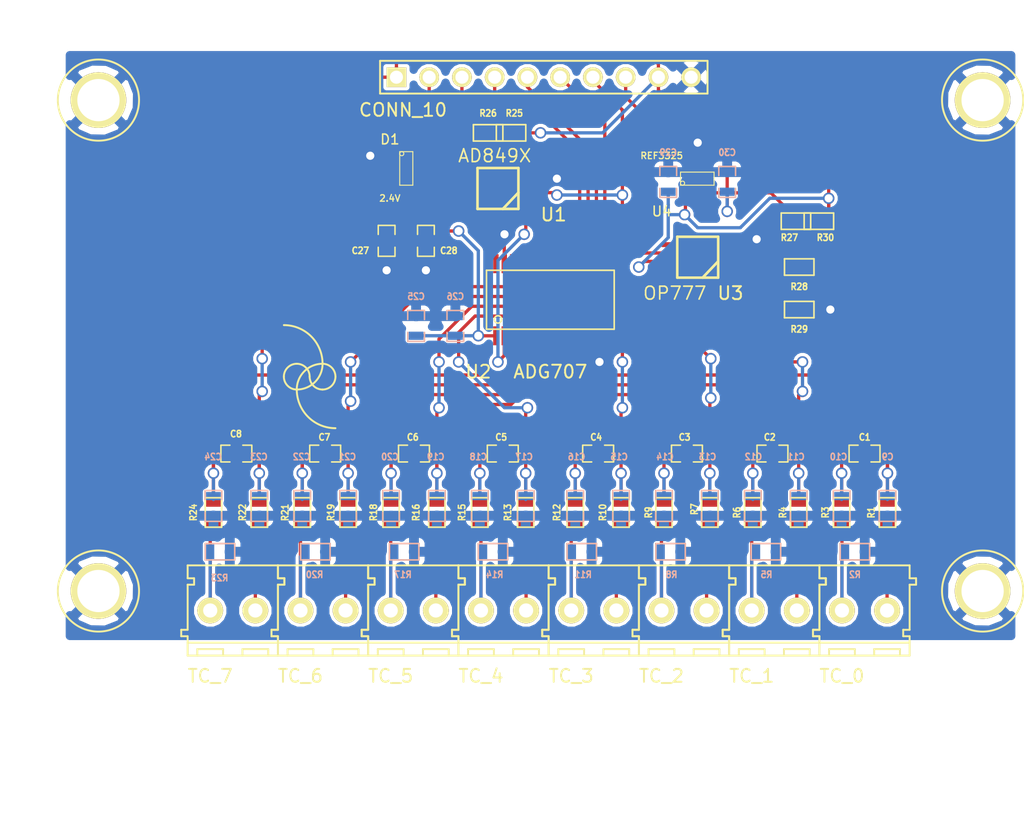
<source format=kicad_pcb>
(kicad_pcb (version 3) (host pcbnew "(2013-04-19 BZR 4011)-stable")
  (layers (15 F.Cu signal) (0 B.Cu signal) (18 B.Paste user) (19 F.Paste user hide) (20 B.SilkS user) (21 F.SilkS user hide) (22 B.Mask user) (23 F.Mask user hide) (28 Edge.Cuts user))
  (net 0 "")
  (net 1 +3.3V)
  (net 2 /ENABLE)
  (net 3 /MUXOUT_NiAl_Neg)
  (net 4 /MUXOUT_NiCr_Pos)
  (net 5 /SELECT_0)
  (net 6 /SELECT_1)
  (net 7 /SELECT_2)
  (net 8 /TC_NiAl_Neg_0)
  (net 9 /TC_NiAl_Neg_1)
  (net 10 /TC_NiAl_Neg_2)
  (net 11 /TC_NiAl_Neg_3)
  (net 12 /TC_NiAl_Neg_4)
  (net 13 /TC_NiAl_Neg_5)
  (net 14 /TC_NiAl_Neg_6)
  (net 15 /TC_NiAl_Neg_7)
  (net 16 /TC_NiCr_Pos_0)
  (net 17 /TC_NiCr_Pos_1)
  (net 18 /TC_NiCr_Pos_2)
  (net 19 /TC_NiCr_Pos_3)
  (net 20 /TC_NiCr_Pos_4)
  (net 21 /TC_NiCr_Pos_5)
  (net 22 /TC_NiCr_Pos_6)
  (net 23 /TC_NiCr_Pos_7)
  (net 24 /TC_OUT)
  (net 25 /V_AREF)
  (net 26 /V_TC_offset)
  (net 27 GND)
  (net 28 N-000001)
  (net 29 N-0000027)
  (net 30 N-0000028)
  (net 31 N-0000029)
  (net 32 N-0000030)
  (net 33 N-0000031)
  (net 34 N-0000036)
  (net 35 N-0000037)
  (net 36 N-0000038)
  (net 37 N-0000039)
  (net 38 N-0000040)
  (net 39 N-0000041)
  (net 40 N-0000046)
  (net 41 N-0000047)
  (net 42 N-0000048)
  (net 43 N-0000050)
  (net 44 N-0000051)
  (net 45 N-0000052)
  (net 46 N-0000053)
  (module tssop-28 (layer F.Cu) (at 197.612 150.114)
    (fp_text reference U2 (at -5.588 5.588) (layer F.SilkS) (effects (font (size 1.00076 1.00076) (thickness 0.14986))))
    (fp_text value ADG707 (at 0 5.588) (layer F.SilkS) (effects (font (size 1.00076 1.00076) (thickness 0.14986))))
    (pad 7 smd rect (at -0.32512 2.79908) (size 0.4191 1.47066) (layers F.Cu F.Paste F.Mask) (net 12 /TC_NiAl_Neg_4))
    (pad 8 smd rect (at 0.32512 2.79908) (size 0.4191 1.47066) (layers F.Cu F.Paste F.Mask) (net 11 /TC_NiAl_Neg_3))
    (pad 9 smd rect (at 0.97536 2.79908) (size 0.4191 1.47066) (layers F.Cu F.Paste F.Mask) (net 10 /TC_NiAl_Neg_2))
    (pad 10 smd rect (at 1.6256 2.79908) (size 0.4191 1.47066) (layers F.Cu F.Paste F.Mask) (net 9 /TC_NiAl_Neg_1))
    (pad 25 smd rect (at -2.26568 -2.794) (size 0.4191 1.47066) (layers F.Cu F.Paste F.Mask) (net 22 /TC_NiCr_Pos_6))
    (pad 4 smd rect (at -2.27584 2.79908) (size 0.4191 1.47066) (layers F.Cu F.Paste F.Mask) (net 15 /TC_NiAl_Neg_7))
    (pad 5 smd rect (at -1.6256 2.79908) (size 0.4191 1.47066) (layers F.Cu F.Paste F.Mask) (net 14 /TC_NiAl_Neg_6))
    (pad 6 smd rect (at -0.97536 2.79908) (size 0.4191 1.47066) (layers F.Cu F.Paste F.Mask) (net 13 /TC_NiAl_Neg_5))
    (pad 18 smd rect (at 2.27584 -2.79908) (size 0.4191 1.47066) (layers F.Cu F.Paste F.Mask) (net 33 N-0000031))
    (pad 19 smd rect (at 1.6256 -2.79908) (size 0.4191 1.47066) (layers F.Cu F.Paste F.Mask) (net 16 /TC_NiCr_Pos_0))
    (pad 20 smd rect (at 0.97536 -2.79908) (size 0.4191 1.47066) (layers F.Cu F.Paste F.Mask) (net 17 /TC_NiCr_Pos_1))
    (pad 21 smd rect (at 0.32512 -2.79908) (size 0.4191 1.47066) (layers F.Cu F.Paste F.Mask) (net 18 /TC_NiCr_Pos_2))
    (pad 22 smd rect (at -0.32512 -2.79908) (size 0.4191 1.47066) (layers F.Cu F.Paste F.Mask) (net 19 /TC_NiCr_Pos_3))
    (pad 23 smd rect (at -0.97536 -2.79908) (size 0.4191 1.47066) (layers F.Cu F.Paste F.Mask) (net 20 /TC_NiCr_Pos_4))
    (pad 11 smd rect (at 2.27584 2.79908) (size 0.4191 1.47066) (layers F.Cu F.Paste F.Mask) (net 8 /TC_NiAl_Neg_0))
    (pad 24 smd rect (at -1.6256 -2.794) (size 0.4191 1.47066) (layers F.Cu F.Paste F.Mask) (net 21 /TC_NiCr_Pos_5))
    (pad 3 smd rect (at -2.92608 2.79908) (size 0.4191 1.47066) (layers F.Cu F.Paste F.Mask))
    (pad 12 smd rect (at 2.92608 2.79908) (size 0.4191 1.47066) (layers F.Cu F.Paste F.Mask) (net 27 GND))
    (pad 17 smd rect (at 2.92608 -2.79908) (size 0.4191 1.47066) (layers F.Cu F.Paste F.Mask) (net 5 /SELECT_0))
    (pad 26 smd rect (at -2.92608 -2.79908) (size 0.4191 1.47066) (layers F.Cu F.Paste F.Mask) (net 23 /TC_NiCr_Pos_7))
    (pad 2 smd rect (at -3.57378 2.79908) (size 0.4191 1.47066) (layers F.Cu F.Paste F.Mask) (net 3 /MUXOUT_NiAl_Neg))
    (pad 13 smd rect (at 3.57378 2.79908) (size 0.4191 1.47066) (layers F.Cu F.Paste F.Mask))
    (pad 16 smd rect (at 3.57378 -2.79908) (size 0.4191 1.47066) (layers F.Cu F.Paste F.Mask) (net 6 /SELECT_1))
    (pad 27 smd rect (at -3.57378 -2.79908) (size 0.4191 1.47066) (layers F.Cu F.Paste F.Mask) (net 27 GND))
    (pad 1 smd rect (at -4.22402 2.79908) (size 0.4191 1.47066) (layers F.Cu F.Paste F.Mask) (net 1 +3.3V))
    (pad 14 smd rect (at 4.22402 2.79908) (size 0.4191 1.47066) (layers F.Cu F.Paste F.Mask))
    (pad 15 smd rect (at 4.22402 -2.79908) (size 0.4191 1.47066) (layers F.Cu F.Paste F.Mask) (net 7 /SELECT_2))
    (pad 28 smd rect (at -4.22402 -2.79908) (size 0.4191 1.47066) (layers F.Cu F.Paste F.Mask) (net 4 /MUXOUT_NiCr_Pos))
  )
  (module SOT23 (layer F.Cu) (at 209.042 140.716)
    (fp_text reference U4 (at -2.794 2.54) (layer F.SilkS) (effects (font (size 0.762 0.762) (thickness 0.11938))))
    (fp_text value REF3325 (at -2.794 -1.778) (layer F.SilkS) (effects (font (size 0.50038 0.50038) (thickness 0.09906))))
    (pad 3 smd rect (at 0 -1.09982) (size 0.8001 1.00076) (layers F.Cu F.Paste F.Mask) (net 27 GND))
    (pad 2 smd rect (at 0.9525 1.09982) (size 0.8001 1.00076) (layers F.Cu F.Paste F.Mask) (net 25 /V_AREF))
    (pad 1 smd rect (at -0.9525 1.09982) (size 0.8001 1.00076) (layers F.Cu F.Paste F.Mask) (net 1 +3.3V))
  )
  (module SOT23 (layer F.Cu) (at 186.436 139.954 270)
    (fp_text reference D1 (at -2.286 1.27 360) (layer F.SilkS) (effects (font (size 0.762 0.762) (thickness 0.11938))))
    (fp_text value 2.4V (at 2.286 1.27 360) (layer F.SilkS) (effects (font (size 0.50038 0.50038) (thickness 0.09906))))
    (pad 3 smd rect (at 0 -1.09982 270) (size 0.8001 1.00076) (layers F.Cu F.Paste F.Mask) (net 24 /TC_OUT))
    (pad 2 smd rect (at 0.9525 1.09982 270) (size 0.8001 1.00076) (layers F.Cu F.Paste F.Mask))
    (pad 1 smd rect (at -0.9525 1.09982 270) (size 0.8001 1.00076) (layers F.Cu F.Paste F.Mask) (net 27 GND))
  )
  (module SM0603_Capa (layer B.Cu) (at 178.368 166.116 270)
    (fp_text reference C22 (at -3.81 0.06 360) (layer B.SilkS) (effects (font (size 0.508 0.4572) (thickness 0.1143)) (justify mirror)))
    (fp_text value 1nF hide)
    (pad 1 smd rect (at -0.762 0 270) (size 0.635 1.143) (layers B.Cu B.Paste B.Mask) (net 14 /TC_NiAl_Neg_6))
    (pad 2 smd rect (at 0.762 0 270) (size 0.635 1.143) (layers B.Cu B.Paste B.Mask) (net 27 GND))
  )
  (module SM0603_Capa (layer F.Cu) (at 173.258 162.052)
    (fp_text reference C8 (at -0.03 -1.524) (layer F.SilkS) (effects (font (size 0.508 0.4572) (thickness 0.1143))))
    (fp_text value 10nF hide)
    (pad 1 smd rect (at -0.762 0) (size 0.635 1.143) (layers F.Cu F.Paste F.Mask) (net 15 /TC_NiAl_Neg_7))
    (pad 2 smd rect (at 0.762 0) (size 0.635 1.143) (layers F.Cu F.Paste F.Mask) (net 23 /TC_NiCr_Pos_7))
  )
  (module SM0603_Capa (layer B.Cu) (at 206.428 166.116 270)
    (fp_text reference C14 (at -3.81 -0.074 540) (layer B.SilkS) (effects (font (size 0.508 0.4572) (thickness 0.1143)) (justify mirror)))
    (fp_text value 1nF hide)
    (pad 1 smd rect (at -0.762 0 270) (size 0.635 1.143) (layers B.Cu B.Paste B.Mask) (net 10 /TC_NiAl_Neg_2))
    (pad 2 smd rect (at 0.762 0 270) (size 0.635 1.143) (layers B.Cu B.Paste B.Mask) (net 27 GND))
  )
  (module SM0603_Capa (layer F.Cu) (at 208.206 162.052)
    (fp_text reference C3 (at -0.18 -1.27) (layer F.SilkS) (effects (font (size 0.508 0.4572) (thickness 0.1143))))
    (fp_text value 10nF hide)
    (pad 1 smd rect (at -0.762 0) (size 0.635 1.143) (layers F.Cu F.Paste F.Mask) (net 10 /TC_NiAl_Neg_2))
    (pad 2 smd rect (at 0.762 0) (size 0.635 1.143) (layers F.Cu F.Paste F.Mask) (net 18 /TC_NiCr_Pos_2))
  )
  (module SM0603_Capa (layer B.Cu) (at 209.984 166.116 270)
    (fp_text reference C13 (at -3.81 0.18 540) (layer B.SilkS) (effects (font (size 0.508 0.4572) (thickness 0.1143)) (justify mirror)))
    (fp_text value 1nF hide)
    (pad 1 smd rect (at -0.762 0 270) (size 0.635 1.143) (layers B.Cu B.Paste B.Mask) (net 18 /TC_NiCr_Pos_2))
    (pad 2 smd rect (at 0.762 0 270) (size 0.635 1.143) (layers B.Cu B.Paste B.Mask) (net 27 GND))
  )
  (module SM0603_Capa (layer B.Cu) (at 181.924 166.116 270)
    (fp_text reference C21 (at -3.81 0.06 360) (layer B.SilkS) (effects (font (size 0.508 0.4572) (thickness 0.1143)) (justify mirror)))
    (fp_text value 1nF hide)
    (pad 1 smd rect (at -0.762 0 270) (size 0.635 1.143) (layers B.Cu B.Paste B.Mask) (net 22 /TC_NiCr_Pos_6))
    (pad 2 smd rect (at 0.762 0 270) (size 0.635 1.143) (layers B.Cu B.Paste B.Mask) (net 27 GND))
  )
  (module SM0603_Capa (layer F.Cu) (at 180.146 162.052)
    (fp_text reference C7 (at -0.06 -1.27) (layer F.SilkS) (effects (font (size 0.508 0.4572) (thickness 0.1143))))
    (fp_text value 10nF hide)
    (pad 1 smd rect (at -0.762 0) (size 0.635 1.143) (layers F.Cu F.Paste F.Mask) (net 14 /TC_NiAl_Neg_6))
    (pad 2 smd rect (at 0.762 0) (size 0.635 1.143) (layers F.Cu F.Paste F.Mask) (net 22 /TC_NiCr_Pos_6))
  )
  (module SM0603_Capa (layer B.Cu) (at 199.54 166.116 270)
    (fp_text reference C16 (at -3.81 -0.104 540) (layer B.SilkS) (effects (font (size 0.508 0.4572) (thickness 0.1143)) (justify mirror)))
    (fp_text value 1nF hide)
    (pad 1 smd rect (at -0.762 0 270) (size 0.635 1.143) (layers B.Cu B.Paste B.Mask) (net 11 /TC_NiAl_Neg_3))
    (pad 2 smd rect (at 0.762 0 270) (size 0.635 1.143) (layers B.Cu B.Paste B.Mask) (net 27 GND))
  )
  (module SM0603_Capa (layer F.Cu) (at 201.318 162.052)
    (fp_text reference C4 (at -0.15 -1.27) (layer F.SilkS) (effects (font (size 0.508 0.4572) (thickness 0.1143))))
    (fp_text value 10nF hide)
    (pad 1 smd rect (at -0.762 0) (size 0.635 1.143) (layers F.Cu F.Paste F.Mask) (net 11 /TC_NiAl_Neg_3))
    (pad 2 smd rect (at 0.762 0) (size 0.635 1.143) (layers F.Cu F.Paste F.Mask) (net 19 /TC_NiCr_Pos_3))
  )
  (module SM0603_Capa (layer B.Cu) (at 203.096 166.116 270)
    (fp_text reference C15 (at -3.81 0.15 540) (layer B.SilkS) (effects (font (size 0.508 0.4572) (thickness 0.1143)) (justify mirror)))
    (fp_text value 1nF hide)
    (pad 1 smd rect (at -0.762 0 270) (size 0.635 1.143) (layers B.Cu B.Paste B.Mask) (net 19 /TC_NiCr_Pos_3))
    (pad 2 smd rect (at 0.762 0 270) (size 0.635 1.143) (layers B.Cu B.Paste B.Mask) (net 27 GND))
  )
  (module SM0603_Capa (layer B.Cu) (at 171.48 166.116 270)
    (fp_text reference C24 (at -3.81 0.03 360) (layer B.SilkS) (effects (font (size 0.508 0.4572) (thickness 0.1143)) (justify mirror)))
    (fp_text value 1nF hide)
    (pad 1 smd rect (at -0.762 0 270) (size 0.635 1.143) (layers B.Cu B.Paste B.Mask) (net 15 /TC_NiAl_Neg_7))
    (pad 2 smd rect (at 0.762 0 270) (size 0.635 1.143) (layers B.Cu B.Paste B.Mask) (net 27 GND))
  )
  (module SM0603_Capa (layer B.Cu) (at 192.144 166.116 270)
    (fp_text reference C18 (at -3.81 0.12 360) (layer B.SilkS) (effects (font (size 0.508 0.4572) (thickness 0.1143)) (justify mirror)))
    (fp_text value 1nF hide)
    (pad 1 smd rect (at -0.762 0 270) (size 0.635 1.143) (layers B.Cu B.Paste B.Mask) (net 12 /TC_NiAl_Neg_4))
    (pad 2 smd rect (at 0.762 0 270) (size 0.635 1.143) (layers B.Cu B.Paste B.Mask) (net 27 GND))
  )
  (module SM0603_Capa (layer F.Cu) (at 193.922 162.052)
    (fp_text reference C5 (at -0.12 -1.27) (layer F.SilkS) (effects (font (size 0.508 0.4572) (thickness 0.1143))))
    (fp_text value 10nF hide)
    (pad 1 smd rect (at -0.762 0) (size 0.635 1.143) (layers F.Cu F.Paste F.Mask) (net 12 /TC_NiAl_Neg_4))
    (pad 2 smd rect (at 0.762 0) (size 0.635 1.143) (layers F.Cu F.Paste F.Mask) (net 20 /TC_NiCr_Pos_4))
  )
  (module SM0603_Capa (layer B.Cu) (at 195.7 166.116 270)
    (fp_text reference C17 (at -3.81 0.12 360) (layer B.SilkS) (effects (font (size 0.508 0.4572) (thickness 0.1143)) (justify mirror)))
    (fp_text value 1nF hide)
    (pad 1 smd rect (at -0.762 0 270) (size 0.635 1.143) (layers B.Cu B.Paste B.Mask) (net 20 /TC_NiCr_Pos_4))
    (pad 2 smd rect (at 0.762 0 270) (size 0.635 1.143) (layers B.Cu B.Paste B.Mask) (net 27 GND))
  )
  (module SM0603_Capa (layer B.Cu) (at 188.812 166.116 270)
    (fp_text reference C19 (at -3.81 0.09 360) (layer B.SilkS) (effects (font (size 0.508 0.4572) (thickness 0.1143)) (justify mirror)))
    (fp_text value 1nF hide)
    (pad 1 smd rect (at -0.762 0 270) (size 0.635 1.143) (layers B.Cu B.Paste B.Mask) (net 21 /TC_NiCr_Pos_5))
    (pad 2 smd rect (at 0.762 0 270) (size 0.635 1.143) (layers B.Cu B.Paste B.Mask) (net 27 GND))
  )
  (module SM0603_Capa (layer F.Cu) (at 187.034 162.052)
    (fp_text reference C6 (at -0.09 -1.27) (layer F.SilkS) (effects (font (size 0.508 0.4572) (thickness 0.1143))))
    (fp_text value 10nF hide)
    (pad 1 smd rect (at -0.762 0) (size 0.635 1.143) (layers F.Cu F.Paste F.Mask) (net 13 /TC_NiAl_Neg_5))
    (pad 2 smd rect (at 0.762 0) (size 0.635 1.143) (layers F.Cu F.Paste F.Mask) (net 21 /TC_NiCr_Pos_5))
  )
  (module SM0603_Capa (layer B.Cu) (at 185.256 166.116 270)
    (fp_text reference C20 (at -3.81 0.09 360) (layer B.SilkS) (effects (font (size 0.508 0.4572) (thickness 0.1143)) (justify mirror)))
    (fp_text value 1nF hide)
    (pad 1 smd rect (at -0.762 0 270) (size 0.635 1.143) (layers B.Cu B.Paste B.Mask) (net 13 /TC_NiAl_Neg_5))
    (pad 2 smd rect (at 0.762 0 270) (size 0.635 1.143) (layers B.Cu B.Paste B.Mask) (net 27 GND))
  )
  (module SM0603_Capa (layer B.Cu) (at 175.036 166.116 270)
    (fp_text reference C23 (at -3.81 0.03 360) (layer B.SilkS) (effects (font (size 0.508 0.4572) (thickness 0.1143)) (justify mirror)))
    (fp_text value 1nF hide)
    (pad 1 smd rect (at -0.762 0 270) (size 0.635 1.143) (layers B.Cu B.Paste B.Mask) (net 23 /TC_NiCr_Pos_7))
    (pad 2 smd rect (at 0.762 0 270) (size 0.635 1.143) (layers B.Cu B.Paste B.Mask) (net 27 GND))
  )
  (module SM0603_Capa (layer B.Cu) (at 211.328 140.97 270)
    (fp_text reference C30 (at -2.286 0 540) (layer B.SilkS) (effects (font (size 0.508 0.4572) (thickness 0.1143)) (justify mirror)))
    (fp_text value 1uF hide)
    (pad 1 smd rect (at -0.762 0 270) (size 0.635 1.143) (layers B.Cu B.Paste B.Mask) (net 27 GND))
    (pad 2 smd rect (at 0.762 0 270) (size 0.635 1.143) (layers B.Cu B.Paste B.Mask) (net 25 /V_AREF))
  )
  (module SM0603_Capa (layer B.Cu) (at 187.198 152.146 90)
    (fp_text reference C25 (at 2.286 0 360) (layer B.SilkS) (effects (font (size 0.508 0.4572) (thickness 0.1143)) (justify mirror)))
    (fp_text value 10uF hide)
    (pad 1 smd rect (at -0.762 0 90) (size 0.635 1.143) (layers B.Cu B.Paste B.Mask) (net 1 +3.3V))
    (pad 2 smd rect (at 0.762 0 90) (size 0.635 1.143) (layers B.Cu B.Paste B.Mask) (net 27 GND))
  )
  (module SM0603_Capa (layer B.Cu) (at 220.204 166.116 270)
    (fp_text reference C10 (at -3.81 0.24 540) (layer B.SilkS) (effects (font (size 0.508 0.4572) (thickness 0.1143)) (justify mirror)))
    (fp_text value 1nF hide)
    (pad 1 smd rect (at -0.762 0 270) (size 0.635 1.143) (layers B.Cu B.Paste B.Mask) (net 8 /TC_NiAl_Neg_0))
    (pad 2 smd rect (at 0.762 0 270) (size 0.635 1.143) (layers B.Cu B.Paste B.Mask) (net 27 GND))
  )
  (module SM0603_Capa (layer F.Cu) (at 221.982 162.052)
    (fp_text reference C1 (at 0.014 -1.27) (layer F.SilkS) (effects (font (size 0.508 0.4572) (thickness 0.1143))))
    (fp_text value 10nF hide)
    (pad 1 smd rect (at -0.762 0) (size 0.635 1.143) (layers F.Cu F.Paste F.Mask) (net 8 /TC_NiAl_Neg_0))
    (pad 2 smd rect (at 0.762 0) (size 0.635 1.143) (layers F.Cu F.Paste F.Mask) (net 16 /TC_NiCr_Pos_0))
  )
  (module SM0603_Capa (layer B.Cu) (at 223.76 166.116 270)
    (fp_text reference C9 (at -3.81 -0.014 540) (layer B.SilkS) (effects (font (size 0.508 0.4572) (thickness 0.1143)) (justify mirror)))
    (fp_text value 1nF hide)
    (pad 1 smd rect (at -0.762 0 270) (size 0.635 1.143) (layers B.Cu B.Paste B.Mask) (net 16 /TC_NiCr_Pos_0))
    (pad 2 smd rect (at 0.762 0 270) (size 0.635 1.143) (layers B.Cu B.Paste B.Mask) (net 27 GND))
  )
  (module SM0603_Capa (layer F.Cu) (at 187.96 145.542 90)
    (fp_text reference C28 (at -0.762 1.778 180) (layer F.SilkS) (effects (font (size 0.508 0.4572) (thickness 0.1143))))
    (fp_text value 10uF hide)
    (pad 1 smd rect (at -0.762 0 90) (size 0.635 1.143) (layers F.Cu F.Paste F.Mask) (net 27 GND))
    (pad 2 smd rect (at 0.762 0 90) (size 0.635 1.143) (layers F.Cu F.Paste F.Mask) (net 1 +3.3V))
  )
  (module SM0603_Capa (layer B.Cu) (at 206.756 140.97 270)
    (fp_text reference C29 (at -2.286 0 540) (layer B.SilkS) (effects (font (size 0.508 0.4572) (thickness 0.1143)) (justify mirror)))
    (fp_text value 10uF hide)
    (pad 1 smd rect (at -0.762 0 270) (size 0.635 1.143) (layers B.Cu B.Paste B.Mask) (net 27 GND))
    (pad 2 smd rect (at 0.762 0 270) (size 0.635 1.143) (layers B.Cu B.Paste B.Mask) (net 1 +3.3V))
  )
  (module SM0603_Capa (layer B.Cu) (at 190.246 152.146 90)
    (fp_text reference C26 (at 2.286 0 360) (layer B.SilkS) (effects (font (size 0.508 0.4572) (thickness 0.1143)) (justify mirror)))
    (fp_text value 0.1uF hide)
    (pad 1 smd rect (at -0.762 0 90) (size 0.635 1.143) (layers B.Cu B.Paste B.Mask) (net 1 +3.3V))
    (pad 2 smd rect (at 0.762 0 90) (size 0.635 1.143) (layers B.Cu B.Paste B.Mask) (net 27 GND))
  )
  (module SM0603_Capa (layer F.Cu) (at 184.912 145.542 90)
    (fp_text reference C27 (at -0.762 -2.032 180) (layer F.SilkS) (effects (font (size 0.508 0.4572) (thickness 0.1143))))
    (fp_text value 0.1uF hide)
    (pad 1 smd rect (at -0.762 0 90) (size 0.635 1.143) (layers F.Cu F.Paste F.Mask) (net 27 GND))
    (pad 2 smd rect (at 0.762 0 90) (size 0.635 1.143) (layers F.Cu F.Paste F.Mask) (net 1 +3.3V))
  )
  (module SM0603_Capa (layer B.Cu) (at 213.316 166.116 270)
    (fp_text reference C12 (at -3.81 -0.044 540) (layer B.SilkS) (effects (font (size 0.508 0.4572) (thickness 0.1143)) (justify mirror)))
    (fp_text value 1nF hide)
    (pad 1 smd rect (at -0.762 0 270) (size 0.635 1.143) (layers B.Cu B.Paste B.Mask) (net 9 /TC_NiAl_Neg_1))
    (pad 2 smd rect (at 0.762 0 270) (size 0.635 1.143) (layers B.Cu B.Paste B.Mask) (net 27 GND))
  )
  (module SM0603_Capa (layer F.Cu) (at 214.84 162.052)
    (fp_text reference C2 (at -0.21 -1.27) (layer F.SilkS) (effects (font (size 0.508 0.4572) (thickness 0.1143))))
    (fp_text value 10nF hide)
    (pad 1 smd rect (at -0.762 0) (size 0.635 1.143) (layers F.Cu F.Paste F.Mask) (net 9 /TC_NiAl_Neg_1))
    (pad 2 smd rect (at 0.762 0) (size 0.635 1.143) (layers F.Cu F.Paste F.Mask) (net 17 /TC_NiCr_Pos_1))
  )
  (module SM0603_Capa (layer B.Cu) (at 216.872 166.116 270)
    (fp_text reference C11 (at -3.81 0.21 540) (layer B.SilkS) (effects (font (size 0.508 0.4572) (thickness 0.1143)) (justify mirror)))
    (fp_text value 1nF hide)
    (pad 1 smd rect (at -0.762 0 270) (size 0.635 1.143) (layers B.Cu B.Paste B.Mask) (net 17 /TC_NiCr_Pos_1))
    (pad 2 smd rect (at 0.762 0 270) (size 0.635 1.143) (layers B.Cu B.Paste B.Mask) (net 27 GND))
  )
  (module SM0603 (layer B.Cu) (at 171.988 169.672)
    (fp_text reference R23 (at -0.03 2.032) (layer B.SilkS) (effects (font (size 0.508 0.4572) (thickness 0.1143)) (justify mirror)))
    (fp_text value 1M hide)
    (pad 1 smd rect (at -0.762 0) (size 0.635 1.143) (layers B.Cu B.Paste B.Mask) (net 45 N-0000052))
    (pad 2 smd rect (at 0.762 0) (size 0.635 1.143) (layers B.Cu B.Paste B.Mask) (net 27 GND))
  )
  (module SM0603 (layer F.Cu) (at 175.036 166.624 90)
    (fp_text reference R22 (at 0 -1.3 90) (layer F.SilkS) (effects (font (size 0.508 0.4572) (thickness 0.1143))))
    (fp_text value 10K hide)
    (pad 1 smd rect (at -0.762 0 90) (size 0.635 1.143) (layers F.Cu F.Paste F.Mask) (net 28 N-000001))
    (pad 2 smd rect (at 0.762 0 90) (size 0.635 1.143) (layers F.Cu F.Paste F.Mask) (net 23 /TC_NiCr_Pos_7))
  )
  (module SM0603 (layer F.Cu) (at 171.48 166.624 90)
    (fp_text reference R24 (at 0 -1.554 90) (layer F.SilkS) (effects (font (size 0.508 0.4572) (thickness 0.1143))))
    (fp_text value 10K hide)
    (pad 1 smd rect (at -0.762 0 90) (size 0.635 1.143) (layers F.Cu F.Paste F.Mask) (net 45 N-0000052))
    (pad 2 smd rect (at 0.762 0 90) (size 0.635 1.143) (layers F.Cu F.Paste F.Mask) (net 15 /TC_NiAl_Neg_7))
  )
  (module SM0603 (layer F.Cu) (at 178.368 166.624 90)
    (fp_text reference R21 (at 0 -1.33 90) (layer F.SilkS) (effects (font (size 0.508 0.4572) (thickness 0.1143))))
    (fp_text value 10K hide)
    (pad 1 smd rect (at -0.762 0 90) (size 0.635 1.143) (layers F.Cu F.Paste F.Mask) (net 46 N-0000053))
    (pad 2 smd rect (at 0.762 0 90) (size 0.635 1.143) (layers F.Cu F.Paste F.Mask) (net 14 /TC_NiAl_Neg_6))
  )
  (module SM0603 (layer F.Cu) (at 181.924 166.624 90)
    (fp_text reference R19 (at 0 -1.33 90) (layer F.SilkS) (effects (font (size 0.508 0.4572) (thickness 0.1143))))
    (fp_text value 10K hide)
    (pad 1 smd rect (at -0.762 0 90) (size 0.635 1.143) (layers F.Cu F.Paste F.Mask) (net 31 N-0000029))
    (pad 2 smd rect (at 0.762 0 90) (size 0.635 1.143) (layers F.Cu F.Paste F.Mask) (net 22 /TC_NiCr_Pos_6))
  )
  (module SM0603 (layer B.Cu) (at 179.384 169.672)
    (fp_text reference R20 (at -0.06 1.778) (layer B.SilkS) (effects (font (size 0.508 0.4572) (thickness 0.1143)) (justify mirror)))
    (fp_text value 1M hide)
    (pad 1 smd rect (at -0.762 0) (size 0.635 1.143) (layers B.Cu B.Paste B.Mask) (net 46 N-0000053))
    (pad 2 smd rect (at 0.762 0) (size 0.635 1.143) (layers B.Cu B.Paste B.Mask) (net 27 GND))
  )
  (module SM0603 (layer F.Cu) (at 192.144 166.624 90)
    (fp_text reference R15 (at 0 -1.39 90) (layer F.SilkS) (effects (font (size 0.508 0.4572) (thickness 0.1143))))
    (fp_text value 10K hide)
    (pad 1 smd rect (at -0.762 0 90) (size 0.635 1.143) (layers F.Cu F.Paste F.Mask) (net 41 N-0000047))
    (pad 2 smd rect (at 0.762 0 90) (size 0.635 1.143) (layers F.Cu F.Paste F.Mask) (net 12 /TC_NiAl_Neg_4))
  )
  (module SM0603 (layer F.Cu) (at 218.44 144.018 180)
    (fp_text reference R30 (at -0.508 -1.27 180) (layer F.SilkS) (effects (font (size 0.508 0.4572) (thickness 0.1143))))
    (fp_text value R_DNP hide)
    (pad 1 smd rect (at -0.762 0 180) (size 0.635 1.143) (layers F.Cu F.Paste F.Mask) (net 1 +3.3V))
    (pad 2 smd rect (at 0.762 0 180) (size 0.635 1.143) (layers F.Cu F.Paste F.Mask) (net 34 N-0000036))
  )
  (module SM0603 (layer F.Cu) (at 216.662 144.018)
    (fp_text reference R27 (at -0.508 1.27) (layer F.SilkS) (effects (font (size 0.508 0.4572) (thickness 0.1143))))
    (fp_text value ZERO hide)
    (pad 1 smd rect (at -0.762 0) (size 0.635 1.143) (layers F.Cu F.Paste F.Mask) (net 25 /V_AREF))
    (pad 2 smd rect (at 0.762 0) (size 0.635 1.143) (layers F.Cu F.Paste F.Mask) (net 34 N-0000036))
  )
  (module SM0603 (layer F.Cu) (at 194.564 137.16 180)
    (fp_text reference R25 (at -0.254 1.524 180) (layer F.SilkS) (effects (font (size 0.508 0.4572) (thickness 0.1143))))
    (fp_text value ZERO hide)
    (pad 1 smd rect (at -0.762 0 180) (size 0.635 1.143) (layers F.Cu F.Paste F.Mask) (net 1 +3.3V))
    (pad 2 smd rect (at 0.762 0 180) (size 0.635 1.143) (layers F.Cu F.Paste F.Mask) (net 33 N-0000031))
  )
  (module SM0603 (layer F.Cu) (at 192.786 137.16)
    (fp_text reference R26 (at 0 -1.524) (layer F.SilkS) (effects (font (size 0.508 0.4572) (thickness 0.1143))))
    (fp_text value R_DNP hide)
    (pad 1 smd rect (at -0.762 0) (size 0.635 1.143) (layers F.Cu F.Paste F.Mask) (net 2 /ENABLE))
    (pad 2 smd rect (at 0.762 0) (size 0.635 1.143) (layers F.Cu F.Paste F.Mask) (net 33 N-0000031))
  )
  (module SM0603 (layer F.Cu) (at 185.256 166.624 90)
    (fp_text reference R18 (at 0 -1.36 90) (layer F.SilkS) (effects (font (size 0.508 0.4572) (thickness 0.1143))))
    (fp_text value 10K hide)
    (pad 1 smd rect (at -0.762 0 90) (size 0.635 1.143) (layers F.Cu F.Paste F.Mask) (net 44 N-0000051))
    (pad 2 smd rect (at 0.762 0 90) (size 0.635 1.143) (layers F.Cu F.Paste F.Mask) (net 13 /TC_NiAl_Neg_5))
  )
  (module SM0603 (layer F.Cu) (at 216.916 147.574 180)
    (fp_text reference R28 (at 0 -1.524 180) (layer F.SilkS) (effects (font (size 0.508 0.4572) (thickness 0.1143))))
    (fp_text value 10K hide)
    (pad 1 smd rect (at -0.762 0 180) (size 0.635 1.143) (layers F.Cu F.Paste F.Mask) (net 34 N-0000036))
    (pad 2 smd rect (at 0.762 0 180) (size 0.635 1.143) (layers F.Cu F.Paste F.Mask) (net 43 N-0000050))
  )
  (module SM0603 (layer F.Cu) (at 216.916 150.876)
    (fp_text reference R29 (at 0 1.524) (layer F.SilkS) (effects (font (size 0.508 0.4572) (thickness 0.1143))))
    (fp_text value 2.49K hide)
    (pad 1 smd rect (at -0.762 0) (size 0.635 1.143) (layers F.Cu F.Paste F.Mask) (net 43 N-0000050))
    (pad 2 smd rect (at 0.762 0) (size 0.635 1.143) (layers F.Cu F.Paste F.Mask) (net 27 GND))
  )
  (module SM0603 (layer B.Cu) (at 221.234 169.672)
    (fp_text reference R2 (at 0 1.778) (layer B.SilkS) (effects (font (size 0.508 0.4572) (thickness 0.1143)) (justify mirror)))
    (fp_text value 1M hide)
    (pad 1 smd rect (at -0.762 0) (size 0.635 1.143) (layers B.Cu B.Paste B.Mask) (net 40 N-0000046))
    (pad 2 smd rect (at 0.762 0) (size 0.635 1.143) (layers B.Cu B.Paste B.Mask) (net 27 GND))
  )
  (module SM0603 (layer F.Cu) (at 223.76 166.624 90)
    (fp_text reference R1 (at 0 -1.256 90) (layer F.SilkS) (effects (font (size 0.508 0.4572) (thickness 0.1143))))
    (fp_text value 10K hide)
    (pad 1 smd rect (at -0.762 0 90) (size 0.635 1.143) (layers F.Cu F.Paste F.Mask) (net 42 N-0000048))
    (pad 2 smd rect (at 0.762 0 90) (size 0.635 1.143) (layers F.Cu F.Paste F.Mask) (net 16 /TC_NiCr_Pos_0))
  )
  (module SM0603 (layer F.Cu) (at 220.204 166.624 90)
    (fp_text reference R3 (at 0 -1.256 90) (layer F.SilkS) (effects (font (size 0.508 0.4572) (thickness 0.1143))))
    (fp_text value 10K hide)
    (pad 1 smd rect (at -0.762 0 90) (size 0.635 1.143) (layers F.Cu F.Paste F.Mask) (net 40 N-0000046))
    (pad 2 smd rect (at 0.762 0 90) (size 0.635 1.143) (layers F.Cu F.Paste F.Mask) (net 8 /TC_NiAl_Neg_0))
  )
  (module SM0603 (layer B.Cu) (at 214.332 169.672)
    (fp_text reference R5 (at 0.044 1.778) (layer B.SilkS) (effects (font (size 0.508 0.4572) (thickness 0.1143)) (justify mirror)))
    (fp_text value 1M hide)
    (pad 1 smd rect (at -0.762 0) (size 0.635 1.143) (layers B.Cu B.Paste B.Mask) (net 38 N-0000040))
    (pad 2 smd rect (at 0.762 0) (size 0.635 1.143) (layers B.Cu B.Paste B.Mask) (net 27 GND))
  )
  (module SM0603 (layer F.Cu) (at 216.872 166.624 90)
    (fp_text reference R4 (at 0 -1.226 90) (layer F.SilkS) (effects (font (size 0.508 0.4572) (thickness 0.1143))))
    (fp_text value 10K hide)
    (pad 1 smd rect (at -0.762 0 90) (size 0.635 1.143) (layers F.Cu F.Paste F.Mask) (net 37 N-0000039))
    (pad 2 smd rect (at 0.762 0 90) (size 0.635 1.143) (layers F.Cu F.Paste F.Mask) (net 17 /TC_NiCr_Pos_1))
  )
  (module SM0603 (layer F.Cu) (at 213.316 166.624 90)
    (fp_text reference R6 (at 0 -1.226 90) (layer F.SilkS) (effects (font (size 0.508 0.4572) (thickness 0.1143))))
    (fp_text value 10K hide)
    (pad 1 smd rect (at -0.762 0 90) (size 0.635 1.143) (layers F.Cu F.Paste F.Mask) (net 38 N-0000040))
    (pad 2 smd rect (at 0.762 0 90) (size 0.635 1.143) (layers F.Cu F.Paste F.Mask) (net 9 /TC_NiAl_Neg_1))
  )
  (module SM0603 (layer B.Cu) (at 206.936 169.672)
    (fp_text reference R8 (at 0.074 1.778) (layer B.SilkS) (effects (font (size 0.508 0.4572) (thickness 0.1143)) (justify mirror)))
    (fp_text value 1M hide)
    (pad 1 smd rect (at -0.762 0) (size 0.635 1.143) (layers B.Cu B.Paste B.Mask) (net 36 N-0000038))
    (pad 2 smd rect (at 0.762 0) (size 0.635 1.143) (layers B.Cu B.Paste B.Mask) (net 27 GND))
  )
  (module SM0603 (layer F.Cu) (at 209.984 166.624 90)
    (fp_text reference R7 (at 0.254 -1.196 90) (layer F.SilkS) (effects (font (size 0.508 0.4572) (thickness 0.1143))))
    (fp_text value 10K hide)
    (pad 1 smd rect (at -0.762 0 90) (size 0.635 1.143) (layers F.Cu F.Paste F.Mask) (net 35 N-0000037))
    (pad 2 smd rect (at 0.762 0 90) (size 0.635 1.143) (layers F.Cu F.Paste F.Mask) (net 18 /TC_NiCr_Pos_2))
  )
  (module SM0603 (layer F.Cu) (at 206.428 166.624 90)
    (fp_text reference R9 (at 0 -1.196 90) (layer F.SilkS) (effects (font (size 0.508 0.4572) (thickness 0.1143))))
    (fp_text value 10K hide)
    (pad 1 smd rect (at -0.762 0 90) (size 0.635 1.143) (layers F.Cu F.Paste F.Mask) (net 36 N-0000038))
    (pad 2 smd rect (at 0.762 0 90) (size 0.635 1.143) (layers F.Cu F.Paste F.Mask) (net 10 /TC_NiAl_Neg_2))
  )
  (module SM0603 (layer B.Cu) (at 200.048 169.672)
    (fp_text reference R11 (at 0.104 1.778) (layer B.SilkS) (effects (font (size 0.508 0.4572) (thickness 0.1143)) (justify mirror)))
    (fp_text value 1M hide)
    (pad 1 smd rect (at -0.762 0) (size 0.635 1.143) (layers B.Cu B.Paste B.Mask) (net 39 N-0000041))
    (pad 2 smd rect (at 0.762 0) (size 0.635 1.143) (layers B.Cu B.Paste B.Mask) (net 27 GND))
  )
  (module SM0603 (layer F.Cu) (at 188.812 166.624 90)
    (fp_text reference R16 (at 0 -1.614 90) (layer F.SilkS) (effects (font (size 0.508 0.4572) (thickness 0.1143))))
    (fp_text value 10K hide)
    (pad 1 smd rect (at -0.762 0 90) (size 0.635 1.143) (layers F.Cu F.Paste F.Mask) (net 32 N-0000030))
    (pad 2 smd rect (at 0.762 0 90) (size 0.635 1.143) (layers F.Cu F.Paste F.Mask) (net 21 /TC_NiCr_Pos_5))
  )
  (module SM0603 (layer F.Cu) (at 203.096 166.624 90)
    (fp_text reference R10 (at 0 -1.42 90) (layer F.SilkS) (effects (font (size 0.508 0.4572) (thickness 0.1143))))
    (fp_text value 10K hide)
    (pad 1 smd rect (at -0.762 0 90) (size 0.635 1.143) (layers F.Cu F.Paste F.Mask) (net 30 N-0000028))
    (pad 2 smd rect (at 0.762 0 90) (size 0.635 1.143) (layers F.Cu F.Paste F.Mask) (net 19 /TC_NiCr_Pos_3))
  )
  (module SM0603 (layer F.Cu) (at 199.54 166.624 90)
    (fp_text reference R12 (at 0 -1.42 90) (layer F.SilkS) (effects (font (size 0.508 0.4572) (thickness 0.1143))))
    (fp_text value 10K hide)
    (pad 1 smd rect (at -0.762 0 90) (size 0.635 1.143) (layers F.Cu F.Paste F.Mask) (net 39 N-0000041))
    (pad 2 smd rect (at 0.762 0 90) (size 0.635 1.143) (layers F.Cu F.Paste F.Mask) (net 11 /TC_NiAl_Neg_3))
  )
  (module SM0603 (layer B.Cu) (at 186.272 169.672)
    (fp_text reference R17 (at -0.09 1.778) (layer B.SilkS) (effects (font (size 0.508 0.4572) (thickness 0.1143)) (justify mirror)))
    (fp_text value 1M hide)
    (pad 1 smd rect (at -0.762 0) (size 0.635 1.143) (layers B.Cu B.Paste B.Mask) (net 44 N-0000051))
    (pad 2 smd rect (at 0.762 0) (size 0.635 1.143) (layers B.Cu B.Paste B.Mask) (net 27 GND))
  )
  (module SM0603 (layer B.Cu) (at 193.16 169.672)
    (fp_text reference R14 (at 0.134 1.778) (layer B.SilkS) (effects (font (size 0.508 0.4572) (thickness 0.1143)) (justify mirror)))
    (fp_text value 1M hide)
    (pad 1 smd rect (at -0.762 0) (size 0.635 1.143) (layers B.Cu B.Paste B.Mask) (net 41 N-0000047))
    (pad 2 smd rect (at 0.762 0) (size 0.635 1.143) (layers B.Cu B.Paste B.Mask) (net 27 GND))
  )
  (module SM0603 (layer F.Cu) (at 195.7 166.624 90)
    (fp_text reference R13 (at 0 -1.39 90) (layer F.SilkS) (effects (font (size 0.508 0.4572) (thickness 0.1143))))
    (fp_text value 10K hide)
    (pad 1 smd rect (at -0.762 0 90) (size 0.635 1.143) (layers F.Cu F.Paste F.Mask) (net 29 N-0000027))
    (pad 2 smd rect (at 0.762 0 90) (size 0.635 1.143) (layers F.Cu F.Paste F.Mask) (net 20 /TC_NiCr_Pos_4))
  )
  (module MSOP_8 (layer F.Cu) (at 209.042 146.812 90)
    (fp_text reference U3 (at -2.794 2.54 180) (layer F.SilkS) (effects (font (size 1.00076 1.00076) (thickness 0.1524))))
    (fp_text value OP777 (at -2.794 -1.778 180) (layer F.SilkS) (effects (font (size 1.00076 1.00076) (thickness 0.127))))
    (pad 1 smd rect (at -0.97536 2.159 90) (size 0.381 1.27) (layers F.Cu F.Paste F.Mask))
    (pad 2 smd rect (at -0.32512 2.159 90) (size 0.381 1.27) (layers F.Cu F.Paste F.Mask) (net 26 /V_TC_offset))
    (pad 3 smd rect (at 0.32512 2.159 90) (size 0.381 1.27) (layers F.Cu F.Paste F.Mask) (net 43 N-0000050))
    (pad 4 smd rect (at 0.97536 2.159 90) (size 0.381 1.27) (layers F.Cu F.Paste F.Mask) (net 27 GND))
    (pad 5 smd rect (at 0.97536 -2.159 90) (size 0.381 1.27) (layers F.Cu F.Paste F.Mask))
    (pad 6 smd rect (at 0.32512 -2.159 90) (size 0.381 1.27) (layers F.Cu F.Paste F.Mask) (net 26 /V_TC_offset))
    (pad 7 smd rect (at -0.32512 -2.159 90) (size 0.381 1.27) (layers F.Cu F.Paste F.Mask) (net 1 +3.3V))
    (pad 8 smd rect (at -0.97536 -2.159 90) (size 0.381 1.27) (layers F.Cu F.Paste F.Mask))
  )
  (module MSOP_8 (layer F.Cu) (at 193.548 141.478 90)
    (fp_text reference U1 (at -2.032 4.318 180) (layer F.SilkS) (effects (font (size 1.00076 1.00076) (thickness 0.1524))))
    (fp_text value AD849X (at 2.54 -0.254 180) (layer F.SilkS) (effects (font (size 1.00076 1.00076) (thickness 0.127))))
    (pad 1 smd rect (at -0.97536 2.159 90) (size 0.381 1.27) (layers F.Cu F.Paste F.Mask) (net 3 /MUXOUT_NiAl_Neg))
    (pad 2 smd rect (at -0.32512 2.159 90) (size 0.381 1.27) (layers F.Cu F.Paste F.Mask) (net 26 /V_TC_offset))
    (pad 3 smd rect (at 0.32512 2.159 90) (size 0.381 1.27) (layers F.Cu F.Paste F.Mask) (net 27 GND))
    (pad 4 smd rect (at 0.97536 2.159 90) (size 0.381 1.27) (layers F.Cu F.Paste F.Mask))
    (pad 5 smd rect (at 0.97536 -2.159 90) (size 0.381 1.27) (layers F.Cu F.Paste F.Mask) (net 24 /TC_OUT))
    (pad 6 smd rect (at 0.32512 -2.159 90) (size 0.381 1.27) (layers F.Cu F.Paste F.Mask) (net 24 /TC_OUT))
    (pad 7 smd rect (at -0.32512 -2.159 90) (size 0.381 1.27) (layers F.Cu F.Paste F.Mask) (net 1 +3.3V))
    (pad 8 smd rect (at -0.97536 -2.159 90) (size 0.381 1.27) (layers F.Cu F.Paste F.Mask) (net 4 /MUXOUT_NiCr_Pos))
  )
  (module PIN_ARRAY_10x1 (layer F.Cu) (at 185.674 132.842)
    (fp_text reference P9 hide)
    (fp_text value CONN_10 (at 0.508 2.54) (layer F.SilkS))
    (pad 1 thru_hole rect (at 0 0) (size 1.524 1.524) (drill 1.016) (layers *.Cu *.Mask F.SilkS) (net 1 +3.3V))
    (pad 2 thru_hole circle (at 2.54 0) (size 1.524 1.524) (drill 1.016) (layers *.Cu *.Mask F.SilkS) (net 24 /TC_OUT))
    (pad 3 thru_hole circle (at 5.08 0) (size 1.524 1.524) (drill 1.016) (layers *.Cu *.Mask F.SilkS) (net 2 /ENABLE))
    (pad 4 thru_hole circle (at 7.62 0) (size 1.524 1.524) (drill 1.016) (layers *.Cu *.Mask F.SilkS) (net 5 /SELECT_0))
    (pad 5 thru_hole circle (at 10.16 0) (size 1.524 1.524) (drill 1.016) (layers *.Cu *.Mask F.SilkS) (net 6 /SELECT_1))
    (pad 6 thru_hole circle (at 12.7 0) (size 1.524 1.524) (drill 1.016) (layers *.Cu *.Mask F.SilkS) (net 7 /SELECT_2))
    (pad 7 thru_hole circle (at 15.24 0) (size 1.524 1.524) (drill 1.016) (layers *.Cu *.Mask F.SilkS) (net 26 /V_TC_offset))
    (pad 8 thru_hole circle (at 17.78 0) (size 1.524 1.524) (drill 1.016) (layers *.Cu *.Mask F.SilkS) (net 25 /V_AREF))
    (pad 9 thru_hole circle (at 20.32 0) (size 1.524 1.524) (drill 1.016) (layers *.Cu *.Mask F.SilkS) (net 1 +3.3V))
    (pad 10 thru_hole circle (at 22.86 0) (size 1.524 1.524) (drill 1.016) (layers *.Cu *.Mask F.SilkS) (net 27 GND))
  )
  (module 1776275-2 (layer F.Cu) (at 220.23 174.23)
    (fp_text reference P1 hide)
    (fp_text value TC_0 (at 0 5.08) (layer F.SilkS))
    (pad 1 thru_hole circle (at 0 0) (size 2 2) (drill 1.1) (layers *.Cu *.Mask F.SilkS) (net 40 N-0000046))
    (pad 2 thru_hole circle (at 3.5 0) (size 2 2) (drill 1.1) (layers *.Cu *.Mask F.SilkS) (net 42 N-0000048))
  )
  (module 1776275-2 (layer F.Cu) (at 213.23 174.23)
    (fp_text reference P2 hide)
    (fp_text value TC_1 (at 0 5.08) (layer F.SilkS))
    (pad 1 thru_hole circle (at 0 0) (size 2 2) (drill 1.1) (layers *.Cu *.Mask F.SilkS) (net 38 N-0000040))
    (pad 2 thru_hole circle (at 3.5 0) (size 2 2) (drill 1.1) (layers *.Cu *.Mask F.SilkS) (net 37 N-0000039))
  )
  (module 1776275-2 (layer F.Cu) (at 206.23 174.23)
    (fp_text reference P3 hide)
    (fp_text value TC_2 (at 0 5.08) (layer F.SilkS))
    (pad 1 thru_hole circle (at 0 0) (size 2 2) (drill 1.1) (layers *.Cu *.Mask F.SilkS) (net 36 N-0000038))
    (pad 2 thru_hole circle (at 3.5 0) (size 2 2) (drill 1.1) (layers *.Cu *.Mask F.SilkS) (net 35 N-0000037))
  )
  (module 1776275-2 (layer F.Cu) (at 199.23 174.23)
    (fp_text reference P4 hide)
    (fp_text value TC_3 (at 0 5.08) (layer F.SilkS))
    (pad 1 thru_hole circle (at 0 0) (size 2 2) (drill 1.1) (layers *.Cu *.Mask F.SilkS) (net 39 N-0000041))
    (pad 2 thru_hole circle (at 3.5 0) (size 2 2) (drill 1.1) (layers *.Cu *.Mask F.SilkS) (net 30 N-0000028))
  )
  (module 1776275-2 (layer F.Cu) (at 192.23 174.23)
    (fp_text reference P5 hide)
    (fp_text value TC_4 (at 0 5.08) (layer F.SilkS))
    (pad 1 thru_hole circle (at 0 0) (size 2 2) (drill 1.1) (layers *.Cu *.Mask F.SilkS) (net 41 N-0000047))
    (pad 2 thru_hole circle (at 3.5 0) (size 2 2) (drill 1.1) (layers *.Cu *.Mask F.SilkS) (net 29 N-0000027))
  )
  (module 1776275-2 (layer F.Cu) (at 185.23 174.23)
    (fp_text reference P6 hide)
    (fp_text value TC_5 (at 0 5.08) (layer F.SilkS))
    (pad 1 thru_hole circle (at 0 0) (size 2 2) (drill 1.1) (layers *.Cu *.Mask F.SilkS) (net 44 N-0000051))
    (pad 2 thru_hole circle (at 3.5 0) (size 2 2) (drill 1.1) (layers *.Cu *.Mask F.SilkS) (net 32 N-0000030))
  )
  (module 1776275-2 (layer F.Cu) (at 178.23 174.23)
    (fp_text reference P7 hide)
    (fp_text value TC_6 (at 0 5.08) (layer F.SilkS))
    (pad 1 thru_hole circle (at 0 0) (size 2 2) (drill 1.1) (layers *.Cu *.Mask F.SilkS) (net 46 N-0000053))
    (pad 2 thru_hole circle (at 3.5 0) (size 2 2) (drill 1.1) (layers *.Cu *.Mask F.SilkS) (net 31 N-0000029))
  )
  (module 1776275-2 (layer F.Cu) (at 171.23 174.23)
    (fp_text reference P8 hide)
    (fp_text value TC_7 (at 0 5.08) (layer F.SilkS))
    (pad 1 thru_hole circle (at 0 0) (size 2 2) (drill 1.1) (layers *.Cu *.Mask F.SilkS) (net 45 N-0000052))
    (pad 2 thru_hole circle (at 3.5 0) (size 2 2) (drill 1.1) (layers *.Cu *.Mask F.SilkS) (net 28 N-000001))
  )
  (module 4_40_Hole (layer F.Cu) (at 162.56 134.62)
    (fp_text reference MNT1 hide)
    (fp_text value 4_40_HOLE hide)
    (pad 1 thru_hole circle (at 0 0) (size 4.318 4.318) (drill 3.2766) (layers *.Cu *.Mask F.SilkS) (net 27 GND))
  )
  (module 4_40_Hole (layer F.Cu) (at 162.56 172.72)
    (fp_text reference MNT2 hide)
    (fp_text value 4_40_HOLE hide)
    (pad 1 thru_hole circle (at 0 0) (size 4.318 4.318) (drill 3.2766) (layers *.Cu *.Mask F.SilkS) (net 27 GND))
  )
  (module 4_40_Hole (layer F.Cu) (at 231.14 172.72)
    (fp_text reference MNT3 hide)
    (fp_text value 4_40_HOLE hide)
    (pad 1 thru_hole circle (at 0 0) (size 4.318 4.318) (drill 3.2766) (layers *.Cu *.Mask F.SilkS) (net 27 GND))
  )
  (module 4_40_Hole (layer F.Cu) (at 231.14 134.62)
    (fp_text reference MNT4 hide)
    (fp_text value 4_40_HOLE hide)
    (pad 1 thru_hole circle (at 0 0) (size 4.318 4.318) (drill 3.2766) (layers *.Cu *.Mask F.SilkS) (net 27 GND))
  )
  (module Zatetic_Logo_Small (layer F.Cu) (at 178.943 156.083)
    (fp_text reference Z1 hide)
    (fp_text value LOGO hide)
  )
  (segment (start 208.026 143.51) (end 206.756 143.51) (width 0.254) (layer B.Cu) (net 1))
  (segment (start 185.674 132.842) (end 185.674 131.572) (width 0.254) (layer F.Cu) (net 1))
  (segment (start 205.994 131.826) (end 205.994 132.842) (width 0.254) (layer F.Cu) (net 1))
  (segment (start 205.232 131.064) (end 205.994 131.826) (width 0.254) (layer F.Cu) (net 1))
  (segment (start 186.182 131.064) (end 205.232 131.064) (width 0.254) (layer F.Cu) (net 1))
  (segment (start 185.674 131.572) (end 186.182 131.064) (width 0.254) (layer F.Cu) (net 1))
  (segment (start 206.883 147.13712) (end 204.90688 147.13712) (width 0.254) (layer F.Cu) (net 1))
  (segment (start 204.90688 147.13712) (end 204.47 147.574) (width 0.254) (layer F.Cu) (net 1))
  (via (at 204.47 147.574) (size 0.889) (layers F.Cu B.Cu) (net 1))
  (segment (start 204.47 147.574) (end 206.756 145.288) (width 0.254) (layer B.Cu) (net 1))
  (segment (start 206.756 145.288) (end 206.756 143.51) (width 0.254) (layer B.Cu) (net 1))
  (segment (start 206.756 143.51) (end 206.756 142.748) (width 0.254) (layer B.Cu) (net 1))
  (segment (start 206.756 142.748) (end 206.756 141.732) (width 0.254) (layer B.Cu) (net 1))
  (segment (start 219.202 144.018) (end 219.202 142.24) (width 0.254) (layer F.Cu) (net 1))
  (segment (start 209.042 144.526) (end 208.026 143.51) (width 0.254) (layer B.Cu) (net 1))
  (segment (start 212.344 144.526) (end 209.042 144.526) (width 0.254) (layer B.Cu) (net 1))
  (segment (start 214.63 142.24) (end 212.344 144.526) (width 0.254) (layer B.Cu) (net 1))
  (segment (start 219.202 142.24) (end 214.63 142.24) (width 0.254) (layer B.Cu) (net 1))
  (via (at 219.202 142.24) (size 0.889) (layers F.Cu B.Cu) (net 1))
  (segment (start 208.0895 141.81582) (end 208.0895 143.4465) (width 0.254) (layer F.Cu) (net 1))
  (segment (start 208.0895 143.4465) (end 208.026 143.51) (width 0.254) (layer F.Cu) (net 1))
  (via (at 208.026 143.51) (size 0.889) (layers F.Cu B.Cu) (net 1))
  (segment (start 205.994 132.842) (end 205.994 133.858) (width 0.254) (layer F.Cu) (net 1))
  (segment (start 205.994 133.858) (end 207.518 135.382) (width 0.254) (layer F.Cu) (net 1))
  (segment (start 207.518 135.382) (end 214.122 135.382) (width 0.254) (layer F.Cu) (net 1))
  (segment (start 214.122 135.382) (end 219.202 140.462) (width 0.254) (layer F.Cu) (net 1))
  (segment (start 219.202 140.462) (end 219.202 144.018) (width 0.254) (layer F.Cu) (net 1))
  (segment (start 191.389 141.80312) (end 189.41288 141.80312) (width 0.254) (layer F.Cu) (net 1))
  (segment (start 189.41288 141.80312) (end 187.96 143.256) (width 0.254) (layer F.Cu) (net 1))
  (segment (start 187.96 143.256) (end 187.96 144.78) (width 0.254) (layer F.Cu) (net 1))
  (segment (start 195.326 137.16) (end 196.85 137.16) (width 0.254) (layer F.Cu) (net 1))
  (segment (start 201.676 137.16) (end 205.994 132.842) (width 0.254) (layer B.Cu) (net 1))
  (segment (start 196.85 137.16) (end 201.676 137.16) (width 0.254) (layer B.Cu) (net 1))
  (via (at 196.85 137.16) (size 0.889) (layers F.Cu B.Cu) (net 1))
  (segment (start 185.674 132.842) (end 182.88 132.842) (width 0.254) (layer F.Cu) (net 1))
  (segment (start 182.118 144.78) (end 184.912 144.78) (width 0.254) (layer F.Cu) (net 1))
  (segment (start 180.594 143.256) (end 182.118 144.78) (width 0.254) (layer F.Cu) (net 1))
  (segment (start 180.594 135.128) (end 180.594 143.256) (width 0.254) (layer F.Cu) (net 1))
  (segment (start 182.88 132.842) (end 180.594 135.128) (width 0.254) (layer F.Cu) (net 1))
  (segment (start 192.024 152.908) (end 192.024 146.304) (width 0.254) (layer B.Cu) (net 1))
  (segment (start 190.5 144.78) (end 187.96 144.78) (width 0.254) (layer F.Cu) (net 1))
  (via (at 190.5 144.78) (size 0.889) (layers F.Cu B.Cu) (net 1))
  (segment (start 192.024 146.304) (end 190.5 144.78) (width 0.254) (layer B.Cu) (net 1))
  (segment (start 187.96 144.78) (end 184.912 144.78) (width 0.254) (layer F.Cu) (net 1))
  (segment (start 190.246 152.908) (end 187.198 152.908) (width 0.254) (layer B.Cu) (net 1))
  (segment (start 193.38798 152.91308) (end 192.02908 152.91308) (width 0.254) (layer F.Cu) (net 1))
  (segment (start 192.024 152.908) (end 190.246 152.908) (width 0.254) (layer B.Cu) (net 1))
  (via (at 192.024 152.908) (size 0.889) (layers F.Cu B.Cu) (net 1))
  (segment (start 192.02908 152.91308) (end 192.024 152.908) (width 0.254) (layer F.Cu) (net 1))
  (segment (start 190.754 132.842) (end 190.754 135.89) (width 0.254) (layer F.Cu) (net 2))
  (segment (start 190.754 135.89) (end 192.024 137.16) (width 0.254) (layer F.Cu) (net 2))
  (segment (start 193.548 154.94) (end 193.548 147.066) (width 0.254) (layer B.Cu) (net 3))
  (segment (start 194.03822 154.44978) (end 193.548 154.94) (width 0.254) (layer F.Cu) (net 3))
  (via (at 193.548 154.94) (size 0.889) (layers F.Cu B.Cu) (net 3))
  (segment (start 194.03822 152.91308) (end 194.03822 154.44978) (width 0.254) (layer F.Cu) (net 3))
  (segment (start 195.707 144.907) (end 195.707 142.45336) (width 0.254) (layer F.Cu) (net 3))
  (segment (start 195.58 145.034) (end 195.707 144.907) (width 0.254) (layer F.Cu) (net 3))
  (via (at 195.58 145.034) (size 0.889) (layers F.Cu B.Cu) (net 3))
  (segment (start 193.548 147.066) (end 195.58 145.034) (width 0.254) (layer B.Cu) (net 3))
  (segment (start 193.38798 147.31492) (end 193.38798 145.88998) (width 0.254) (layer F.Cu) (net 4))
  (segment (start 191.389 143.891) (end 191.389 142.45336) (width 0.254) (layer F.Cu) (net 4))
  (segment (start 193.38798 145.88998) (end 191.389 143.891) (width 0.254) (layer F.Cu) (net 4))
  (segment (start 200.53808 147.31492) (end 200.53808 139.32408) (width 0.254) (layer F.Cu) (net 5))
  (segment (start 193.294 134.62) (end 193.294 132.842) (width 0.254) (layer F.Cu) (net 5))
  (segment (start 194.31 135.636) (end 193.294 134.62) (width 0.254) (layer F.Cu) (net 5))
  (segment (start 196.85 135.636) (end 194.31 135.636) (width 0.254) (layer F.Cu) (net 5))
  (segment (start 200.53808 139.32408) (end 196.85 135.636) (width 0.254) (layer F.Cu) (net 5))
  (segment (start 201.18578 147.31492) (end 201.18578 138.95578) (width 0.254) (layer F.Cu) (net 6))
  (segment (start 195.834 133.604) (end 195.834 132.842) (width 0.254) (layer F.Cu) (net 6))
  (segment (start 201.18578 138.95578) (end 195.834 133.604) (width 0.254) (layer F.Cu) (net 6))
  (segment (start 201.83602 147.31492) (end 201.83602 136.30402) (width 0.254) (layer F.Cu) (net 7))
  (segment (start 201.83602 136.30402) (end 198.374 132.842) (width 0.254) (layer F.Cu) (net 7))
  (segment (start 221.22 162.052) (end 220.204 162.052) (width 0.254) (layer F.Cu) (net 8))
  (segment (start 199.88784 152.91308) (end 199.88784 154.67584) (width 0.254) (layer F.Cu) (net 8))
  (segment (start 220.204 156.704) (end 220.204 162.052) (width 0.254) (layer F.Cu) (net 8))
  (segment (start 220.204 162.052) (end 220.204 163.576) (width 0.254) (layer F.Cu) (net 8))
  (segment (start 219.456 155.956) (end 220.204 156.704) (width 0.254) (layer F.Cu) (net 8))
  (segment (start 201.168 155.956) (end 219.456 155.956) (width 0.254) (layer F.Cu) (net 8))
  (segment (start 199.88784 154.67584) (end 201.168 155.956) (width 0.254) (layer F.Cu) (net 8))
  (segment (start 220.204 165.862) (end 220.204 163.576) (width 0.254) (layer F.Cu) (net 8))
  (segment (start 220.204 165.608) (end 220.204 165.354) (width 0.254) (layer B.Cu) (net 8))
  (segment (start 220.204 163.576) (end 220.204 165.608) (width 0.254) (layer B.Cu) (net 8))
  (via (at 220.204 163.576) (size 0.889) (layers F.Cu B.Cu) (net 8))
  (segment (start 214.078 162.052) (end 213.316 162.052) (width 0.254) (layer F.Cu) (net 9))
  (segment (start 199.2376 152.91308) (end 199.2376 154.7876) (width 0.254) (layer F.Cu) (net 9))
  (segment (start 213.316 157.69) (end 213.316 162.052) (width 0.254) (layer F.Cu) (net 9))
  (segment (start 213.316 162.052) (end 213.316 163.576) (width 0.254) (layer F.Cu) (net 9))
  (segment (start 212.344 156.718) (end 213.316 157.69) (width 0.254) (layer F.Cu) (net 9))
  (segment (start 201.168 156.718) (end 212.344 156.718) (width 0.254) (layer F.Cu) (net 9))
  (segment (start 199.2376 154.7876) (end 201.168 156.718) (width 0.254) (layer F.Cu) (net 9))
  (segment (start 213.316 165.862) (end 213.316 163.576) (width 0.254) (layer F.Cu) (net 9))
  (segment (start 213.316 165.608) (end 213.316 165.354) (width 0.254) (layer B.Cu) (net 9))
  (segment (start 213.316 163.576) (end 213.316 165.608) (width 0.254) (layer B.Cu) (net 9))
  (via (at 213.316 163.576) (size 0.889) (layers F.Cu B.Cu) (net 9))
  (segment (start 207.444 162.052) (end 206.428 162.052) (width 0.254) (layer F.Cu) (net 10))
  (segment (start 198.58736 152.91308) (end 198.58736 155.15336) (width 0.254) (layer F.Cu) (net 10))
  (segment (start 206.428 158.676) (end 206.428 162.052) (width 0.254) (layer F.Cu) (net 10))
  (segment (start 206.428 162.052) (end 206.428 163.576) (width 0.254) (layer F.Cu) (net 10))
  (segment (start 205.232 157.48) (end 206.428 158.676) (width 0.254) (layer F.Cu) (net 10))
  (segment (start 200.914 157.48) (end 205.232 157.48) (width 0.254) (layer F.Cu) (net 10))
  (segment (start 198.58736 155.15336) (end 200.914 157.48) (width 0.254) (layer F.Cu) (net 10))
  (segment (start 206.428 165.862) (end 206.428 163.576) (width 0.254) (layer F.Cu) (net 10))
  (segment (start 206.428 163.576) (end 206.428 165.354) (width 0.254) (layer B.Cu) (net 10))
  (via (at 206.428 163.576) (size 0.889) (layers F.Cu B.Cu) (net 10))
  (segment (start 200.556 162.052) (end 199.54 162.052) (width 0.254) (layer F.Cu) (net 11))
  (segment (start 199.54 162.052) (end 199.644 162.052) (width 0.254) (layer F.Cu) (net 11))
  (segment (start 199.644 162.052) (end 199.54 162.052) (width 0.254) (layer F.Cu) (net 11))
  (segment (start 197.93712 152.91308) (end 197.93712 155.51912) (width 0.254) (layer F.Cu) (net 11))
  (segment (start 199.54 157.122) (end 199.54 162.052) (width 0.254) (layer F.Cu) (net 11))
  (segment (start 199.54 162.052) (end 199.54 163.576) (width 0.254) (layer F.Cu) (net 11))
  (segment (start 197.93712 155.51912) (end 199.54 157.122) (width 0.254) (layer F.Cu) (net 11))
  (segment (start 199.54 165.862) (end 199.54 163.576) (width 0.254) (layer F.Cu) (net 11))
  (segment (start 199.54 163.576) (end 199.54 165.354) (width 0.254) (layer B.Cu) (net 11))
  (via (at 199.54 163.576) (size 0.889) (layers F.Cu B.Cu) (net 11))
  (segment (start 193.16 162.052) (end 192.144 162.052) (width 0.254) (layer F.Cu) (net 12))
  (segment (start 197.28688 152.91308) (end 197.28688 155.51912) (width 0.254) (layer F.Cu) (net 12))
  (segment (start 192.144 159.138) (end 192.144 162.052) (width 0.254) (layer F.Cu) (net 12))
  (segment (start 192.144 162.052) (end 192.144 163.576) (width 0.254) (layer F.Cu) (net 12))
  (segment (start 193.04 158.242) (end 192.144 159.138) (width 0.254) (layer F.Cu) (net 12))
  (segment (start 194.564 158.242) (end 193.04 158.242) (width 0.254) (layer F.Cu) (net 12))
  (segment (start 197.28688 155.51912) (end 194.564 158.242) (width 0.254) (layer F.Cu) (net 12))
  (segment (start 192.144 165.862) (end 192.144 163.576) (width 0.254) (layer F.Cu) (net 12))
  (segment (start 192.144 163.576) (end 192.144 165.354) (width 0.254) (layer B.Cu) (net 12))
  (via (at 192.144 163.576) (size 0.889) (layers F.Cu B.Cu) (net 12))
  (segment (start 185.256 165.354) (end 185.256 163.576) (width 0.254) (layer B.Cu) (net 13))
  (segment (start 185.256 163.576) (end 185.256 165.862) (width 0.254) (layer F.Cu) (net 13))
  (segment (start 186.272 162.052) (end 185.256 162.052) (width 0.254) (layer F.Cu) (net 13))
  (segment (start 185.256 162.052) (end 185.256 163.576) (width 0.254) (layer F.Cu) (net 13))
  (segment (start 196.63664 152.91308) (end 196.63664 155.15336) (width 0.254) (layer F.Cu) (net 13))
  (segment (start 185.256 158.406) (end 185.256 163.576) (width 0.254) (layer F.Cu) (net 13))
  (segment (start 186.182 157.48) (end 185.256 158.406) (width 0.254) (layer F.Cu) (net 13))
  (segment (start 194.31 157.48) (end 186.182 157.48) (width 0.254) (layer F.Cu) (net 13))
  (segment (start 196.63664 155.15336) (end 194.31 157.48) (width 0.254) (layer F.Cu) (net 13))
  (via (at 185.256 163.576) (size 0.889) (layers F.Cu B.Cu) (net 13))
  (segment (start 195.9864 152.91308) (end 195.9864 154.7876) (width 0.254) (layer F.Cu) (net 14))
  (segment (start 178.368 157.928) (end 178.368 163.576) (width 0.254) (layer F.Cu) (net 14))
  (segment (start 179.578 156.718) (end 178.368 157.928) (width 0.254) (layer F.Cu) (net 14))
  (segment (start 194.056 156.718) (end 179.578 156.718) (width 0.254) (layer F.Cu) (net 14))
  (segment (start 195.9864 154.7876) (end 194.056 156.718) (width 0.254) (layer F.Cu) (net 14))
  (segment (start 179.384 162.052) (end 178.368 162.052) (width 0.254) (layer F.Cu) (net 14))
  (segment (start 178.368 162.052) (end 178.368 163.576) (width 0.254) (layer F.Cu) (net 14))
  (segment (start 178.368 165.862) (end 178.368 163.576) (width 0.254) (layer F.Cu) (net 14))
  (segment (start 178.368 165.608) (end 178.368 165.354) (width 0.254) (layer B.Cu) (net 14))
  (segment (start 178.368 163.576) (end 178.368 165.608) (width 0.254) (layer B.Cu) (net 14))
  (via (at 178.368 163.576) (size 0.889) (layers F.Cu B.Cu) (net 14))
  (segment (start 195.33616 152.91308) (end 195.33616 154.42184) (width 0.254) (layer F.Cu) (net 15))
  (segment (start 171.48 157.196) (end 171.48 163.576) (width 0.254) (layer F.Cu) (net 15))
  (segment (start 172.72 155.956) (end 171.48 157.196) (width 0.254) (layer F.Cu) (net 15))
  (segment (start 193.802 155.956) (end 172.72 155.956) (width 0.254) (layer F.Cu) (net 15))
  (segment (start 195.33616 154.42184) (end 193.802 155.956) (width 0.254) (layer F.Cu) (net 15))
  (segment (start 172.75 162.052) (end 171.48 162.052) (width 0.254) (layer F.Cu) (net 15))
  (segment (start 171.48 162.052) (end 171.48 163.576) (width 0.254) (layer F.Cu) (net 15))
  (segment (start 171.48 165.862) (end 171.48 163.576) (width 0.254) (layer F.Cu) (net 15))
  (segment (start 171.48 165.608) (end 171.48 165.354) (width 0.254) (layer B.Cu) (net 15))
  (segment (start 171.48 163.576) (end 171.48 165.608) (width 0.254) (layer B.Cu) (net 15))
  (via (at 171.48 163.576) (size 0.889) (layers F.Cu B.Cu) (net 15))
  (segment (start 207.01 149.098) (end 211.836 153.924) (width 0.254) (layer F.Cu) (net 16))
  (segment (start 199.2376 148.6916) (end 199.644 149.098) (width 0.254) (layer F.Cu) (net 16))
  (segment (start 199.644 149.098) (end 207.01 149.098) (width 0.254) (layer F.Cu) (net 16))
  (segment (start 199.2376 147.31492) (end 199.2376 148.6916) (width 0.254) (layer F.Cu) (net 16))
  (segment (start 223.76 158.482) (end 223.76 163.576) (width 0.254) (layer F.Cu) (net 16))
  (segment (start 219.202 153.924) (end 223.76 158.482) (width 0.254) (layer F.Cu) (net 16))
  (segment (start 211.836 153.924) (end 219.202 153.924) (width 0.254) (layer F.Cu) (net 16))
  (segment (start 222.744 162.052) (end 223.76 162.052) (width 0.254) (layer F.Cu) (net 16))
  (segment (start 223.76 162.052) (end 223.76 163.576) (width 0.254) (layer F.Cu) (net 16))
  (segment (start 223.76 165.862) (end 223.76 163.576) (width 0.254) (layer F.Cu) (net 16))
  (segment (start 223.76 165.608) (end 223.76 165.354) (width 0.254) (layer B.Cu) (net 16))
  (segment (start 223.76 163.576) (end 223.76 165.608) (width 0.254) (layer B.Cu) (net 16))
  (via (at 223.76 163.576) (size 0.889) (layers F.Cu B.Cu) (net 16))
  (segment (start 206.756 149.86) (end 211.836 154.94) (width 0.254) (layer F.Cu) (net 17))
  (segment (start 198.58736 149.05736) (end 199.39 149.86) (width 0.254) (layer F.Cu) (net 17))
  (segment (start 199.39 149.86) (end 206.756 149.86) (width 0.254) (layer F.Cu) (net 17))
  (via (at 217.17 154.94) (size 0.889) (layers F.Cu B.Cu) (net 17))
  (segment (start 217.17 154.94) (end 217.17 157.226) (width 0.254) (layer B.Cu) (net 17))
  (via (at 217.17 157.226) (size 0.889) (layers F.Cu B.Cu) (net 17))
  (segment (start 217.17 157.226) (end 216.872 157.524) (width 0.254) (layer F.Cu) (net 17))
  (segment (start 216.872 162.052) (end 216.872 157.524) (width 0.254) (layer F.Cu) (net 17))
  (segment (start 198.58736 149.05736) (end 198.58736 147.31492) (width 0.254) (layer F.Cu) (net 17))
  (segment (start 211.836 154.94) (end 217.17 154.94) (width 0.254) (layer F.Cu) (net 17))
  (segment (start 215.602 162.052) (end 216.872 162.052) (width 0.254) (layer F.Cu) (net 17))
  (segment (start 216.872 162.052) (end 216.872 163.576) (width 0.254) (layer F.Cu) (net 17))
  (segment (start 216.872 165.862) (end 216.872 163.576) (width 0.254) (layer F.Cu) (net 17))
  (segment (start 216.872 163.576) (end 216.872 165.354) (width 0.254) (layer B.Cu) (net 17))
  (via (at 216.872 163.576) (size 0.889) (layers F.Cu B.Cu) (net 17))
  (segment (start 208.968 162.052) (end 209.984 162.052) (width 0.254) (layer F.Cu) (net 18))
  (segment (start 197.93712 147.31492) (end 197.93712 149.42312) (width 0.254) (layer F.Cu) (net 18))
  (segment (start 209.984 158.062) (end 209.984 162.052) (width 0.254) (layer F.Cu) (net 18))
  (segment (start 209.984 162.052) (end 209.984 163.576) (width 0.254) (layer F.Cu) (net 18))
  (segment (start 210.058 157.734) (end 209.984 158.062) (width 0.254) (layer F.Cu) (net 18))
  (via (at 210.058 157.734) (size 0.889) (layers F.Cu B.Cu) (net 18))
  (segment (start 210.058 154.686) (end 210.058 157.734) (width 0.254) (layer B.Cu) (net 18))
  (via (at 210.058 154.686) (size 0.889) (layers F.Cu B.Cu) (net 18))
  (segment (start 205.994 150.622) (end 210.058 154.686) (width 0.254) (layer F.Cu) (net 18))
  (segment (start 199.136 150.622) (end 205.994 150.622) (width 0.254) (layer F.Cu) (net 18))
  (segment (start 197.93712 149.42312) (end 199.136 150.622) (width 0.254) (layer F.Cu) (net 18))
  (segment (start 209.984 165.862) (end 209.984 163.576) (width 0.254) (layer F.Cu) (net 18))
  (segment (start 209.984 163.576) (end 209.984 165.354) (width 0.254) (layer B.Cu) (net 18))
  (via (at 209.984 163.576) (size 0.889) (layers F.Cu B.Cu) (net 18))
  (segment (start 202.08 162.052) (end 203.096 162.052) (width 0.254) (layer F.Cu) (net 19))
  (segment (start 198.882 151.384) (end 202.692 151.384) (width 0.254) (layer F.Cu) (net 19))
  (segment (start 197.28688 149.78888) (end 198.882 151.384) (width 0.254) (layer F.Cu) (net 19))
  (segment (start 197.28688 147.31492) (end 197.28688 149.78888) (width 0.254) (layer F.Cu) (net 19))
  (segment (start 203.096 158.6) (end 203.096 162.052) (width 0.254) (layer F.Cu) (net 19))
  (segment (start 203.096 162.052) (end 203.096 163.576) (width 0.254) (layer F.Cu) (net 19))
  (segment (start 203.2 158.496) (end 203.096 158.6) (width 0.254) (layer F.Cu) (net 19))
  (via (at 203.2 158.496) (size 0.889) (layers F.Cu B.Cu) (net 19))
  (segment (start 203.2 154.94) (end 203.2 158.496) (width 0.254) (layer B.Cu) (net 19))
  (via (at 203.2 154.94) (size 0.889) (layers F.Cu B.Cu) (net 19))
  (segment (start 203.2 151.892) (end 203.2 154.94) (width 0.254) (layer F.Cu) (net 19))
  (segment (start 202.692 151.384) (end 203.2 151.892) (width 0.254) (layer F.Cu) (net 19))
  (segment (start 203.096 165.862) (end 203.096 163.576) (width 0.254) (layer F.Cu) (net 19))
  (segment (start 203.096 165.608) (end 203.096 165.354) (width 0.254) (layer B.Cu) (net 19))
  (segment (start 203.096 163.576) (end 203.096 165.608) (width 0.254) (layer B.Cu) (net 19))
  (via (at 203.096 163.576) (size 0.889) (layers F.Cu B.Cu) (net 19))
  (segment (start 194.684 162.052) (end 195.7 162.052) (width 0.254) (layer F.Cu) (net 20))
  (segment (start 196.63664 147.31492) (end 196.63664 150.07336) (width 0.254) (layer F.Cu) (net 20))
  (segment (start 195.7 158.63) (end 195.7 162.052) (width 0.254) (layer F.Cu) (net 20))
  (segment (start 195.7 162.052) (end 195.7 163.576) (width 0.254) (layer F.Cu) (net 20))
  (segment (start 195.834 158.496) (end 195.7 158.63) (width 0.254) (layer F.Cu) (net 20))
  (via (at 195.834 158.496) (size 0.889) (layers F.Cu B.Cu) (net 20))
  (segment (start 194.056 158.496) (end 195.834 158.496) (width 0.254) (layer B.Cu) (net 20))
  (segment (start 190.5 154.94) (end 194.056 158.496) (width 0.254) (layer B.Cu) (net 20))
  (via (at 190.5 154.94) (size 0.889) (layers F.Cu B.Cu) (net 20))
  (segment (start 190.5 152.654) (end 190.5 154.94) (width 0.254) (layer F.Cu) (net 20))
  (segment (start 191.77 151.384) (end 190.5 152.654) (width 0.254) (layer F.Cu) (net 20))
  (segment (start 195.326 151.384) (end 191.77 151.384) (width 0.254) (layer F.Cu) (net 20))
  (segment (start 196.63664 150.07336) (end 195.326 151.384) (width 0.254) (layer F.Cu) (net 20))
  (segment (start 195.7 165.862) (end 195.7 163.576) (width 0.254) (layer F.Cu) (net 20))
  (segment (start 195.7 165.608) (end 195.7 165.354) (width 0.254) (layer B.Cu) (net 20))
  (segment (start 195.7 163.576) (end 195.7 165.608) (width 0.254) (layer B.Cu) (net 20))
  (via (at 195.7 163.576) (size 0.889) (layers F.Cu B.Cu) (net 20))
  (segment (start 195.9864 147.32) (end 195.9864 149.4536) (width 0.254) (layer F.Cu) (net 21))
  (segment (start 188.812 158.66) (end 188.812 163.576) (width 0.254) (layer F.Cu) (net 21))
  (segment (start 188.976 158.496) (end 188.812 158.66) (width 0.254) (layer F.Cu) (net 21))
  (via (at 188.976 158.496) (size 0.889) (layers F.Cu B.Cu) (net 21))
  (segment (start 188.976 154.94) (end 188.976 158.496) (width 0.254) (layer B.Cu) (net 21))
  (via (at 188.976 154.94) (size 0.889) (layers F.Cu B.Cu) (net 21))
  (segment (start 188.976 153.162) (end 188.976 154.94) (width 0.254) (layer F.Cu) (net 21))
  (segment (start 191.516 150.622) (end 188.976 153.162) (width 0.254) (layer F.Cu) (net 21))
  (segment (start 194.818 150.622) (end 191.516 150.622) (width 0.254) (layer F.Cu) (net 21))
  (segment (start 195.9864 149.4536) (end 194.818 150.622) (width 0.254) (layer F.Cu) (net 21))
  (segment (start 187.796 162.052) (end 188.812 162.052) (width 0.254) (layer F.Cu) (net 21))
  (segment (start 188.812 163.576) (end 188.812 162.052) (width 0.254) (layer F.Cu) (net 21))
  (segment (start 188.812 165.862) (end 188.812 163.576) (width 0.254) (layer F.Cu) (net 21))
  (segment (start 188.812 163.576) (end 188.812 165.354) (width 0.254) (layer B.Cu) (net 21))
  (via (at 188.812 163.576) (size 0.889) (layers F.Cu B.Cu) (net 21))
  (segment (start 195.34632 147.32) (end 195.34632 148.82368) (width 0.254) (layer F.Cu) (net 22))
  (segment (start 181.924 158.182) (end 181.924 163.576) (width 0.254) (layer F.Cu) (net 22))
  (segment (start 182.118 157.988) (end 181.924 158.182) (width 0.254) (layer F.Cu) (net 22))
  (via (at 182.118 157.988) (size 0.889) (layers F.Cu B.Cu) (net 22))
  (segment (start 182.118 154.94) (end 182.118 157.988) (width 0.254) (layer B.Cu) (net 22))
  (via (at 182.118 154.94) (size 0.889) (layers F.Cu B.Cu) (net 22))
  (segment (start 187.198 149.86) (end 182.118 154.94) (width 0.254) (layer F.Cu) (net 22))
  (segment (start 194.31 149.86) (end 187.198 149.86) (width 0.254) (layer F.Cu) (net 22))
  (segment (start 195.34632 148.82368) (end 194.31 149.86) (width 0.254) (layer F.Cu) (net 22))
  (segment (start 180.908 162.052) (end 181.924 162.052) (width 0.254) (layer F.Cu) (net 22))
  (segment (start 181.924 163.576) (end 181.924 162.052) (width 0.254) (layer F.Cu) (net 22))
  (segment (start 181.924 165.862) (end 181.924 163.576) (width 0.254) (layer F.Cu) (net 22))
  (segment (start 181.924 163.576) (end 181.924 165.354) (width 0.254) (layer B.Cu) (net 22))
  (via (at 181.924 163.576) (size 0.889) (layers F.Cu B.Cu) (net 22))
  (segment (start 194.68592 147.31492) (end 194.68592 148.46808) (width 0.254) (layer F.Cu) (net 23))
  (segment (start 175.036 157.45) (end 175.036 163.576) (width 0.254) (layer F.Cu) (net 23))
  (segment (start 175.26 157.226) (end 175.036 157.45) (width 0.254) (layer F.Cu) (net 23))
  (via (at 175.26 157.226) (size 0.889) (layers F.Cu B.Cu) (net 23))
  (segment (start 175.26 154.686) (end 175.26 157.226) (width 0.254) (layer B.Cu) (net 23))
  (via (at 175.26 154.686) (size 0.889) (layers F.Cu B.Cu) (net 23))
  (segment (start 175.26 150.114) (end 175.26 154.686) (width 0.254) (layer F.Cu) (net 23))
  (segment (start 176.276 149.098) (end 175.26 150.114) (width 0.254) (layer F.Cu) (net 23))
  (segment (start 194.056 149.098) (end 176.276 149.098) (width 0.254) (layer F.Cu) (net 23))
  (segment (start 194.68592 148.46808) (end 194.056 149.098) (width 0.254) (layer F.Cu) (net 23))
  (segment (start 174.274 162.052) (end 175.036 162.052) (width 0.254) (layer F.Cu) (net 23))
  (segment (start 175.036 163.576) (end 175.036 162.052) (width 0.254) (layer F.Cu) (net 23))
  (segment (start 175.036 165.862) (end 175.036 163.576) (width 0.254) (layer F.Cu) (net 23))
  (segment (start 175.036 163.576) (end 175.036 165.354) (width 0.254) (layer B.Cu) (net 23))
  (via (at 175.036 163.576) (size 0.889) (layers F.Cu B.Cu) (net 23))
  (segment (start 188.214 132.842) (end 188.214 136.398) (width 0.254) (layer F.Cu) (net 24))
  (segment (start 187.53582 137.07618) (end 187.53582 139.954) (width 0.254) (layer F.Cu) (net 24))
  (segment (start 188.214 136.398) (end 187.53582 137.07618) (width 0.254) (layer F.Cu) (net 24))
  (segment (start 187.53582 139.954) (end 189.23 139.954) (width 0.254) (layer F.Cu) (net 24))
  (segment (start 190.42888 141.15288) (end 191.389 141.15288) (width 0.254) (layer F.Cu) (net 24))
  (segment (start 189.23 139.954) (end 190.42888 141.15288) (width 0.254) (layer F.Cu) (net 24))
  (segment (start 191.389 141.15288) (end 191.389 140.50264) (width 0.254) (layer F.Cu) (net 24))
  (segment (start 203.454 132.842) (end 203.454 134.366) (width 0.254) (layer F.Cu) (net 25))
  (segment (start 211.328 138.176) (end 209.677 136.525) (width 0.254) (layer F.Cu) (net 25))
  (segment (start 209.677 136.525) (end 205.613 136.525) (width 0.254) (layer F.Cu) (net 25))
  (segment (start 211.328 138.176) (end 211.328 141.859) (width 0.254) (layer F.Cu) (net 25))
  (segment (start 203.454 134.366) (end 205.613 136.525) (width 0.254) (layer F.Cu) (net 25))
  (segment (start 211.328 141.732) (end 211.328 143.256) (width 0.254) (layer B.Cu) (net 25))
  (segment (start 211.328 143.256) (end 211.328 141.859) (width 0.254) (layer F.Cu) (net 25))
  (segment (start 211.328 141.859) (end 211.328 141.81582) (width 0.254) (layer F.Cu) (net 25))
  (via (at 211.328 143.256) (size 0.889) (layers F.Cu B.Cu) (net 25))
  (segment (start 209.9945 141.81582) (end 211.328 141.81582) (width 0.254) (layer F.Cu) (net 25))
  (segment (start 211.328 141.81582) (end 214.71382 141.81582) (width 0.254) (layer F.Cu) (net 25))
  (segment (start 215.9 143.002) (end 215.9 144.018) (width 0.254) (layer F.Cu) (net 25))
  (segment (start 214.71382 141.81582) (end 215.9 143.002) (width 0.254) (layer F.Cu) (net 25))
  (segment (start 200.914 132.842) (end 200.914 133.096) (width 0.254) (layer F.Cu) (net 26))
  (segment (start 203.2 135.382) (end 203.2 141.986) (width 0.254) (layer F.Cu) (net 26))
  (segment (start 200.914 133.096) (end 203.2 135.382) (width 0.254) (layer F.Cu) (net 26))
  (segment (start 203.2 141.986) (end 203.2 144.78) (width 0.254) (layer F.Cu) (net 26))
  (segment (start 197.93712 141.80312) (end 198.12 141.986) (width 0.254) (layer F.Cu) (net 26))
  (via (at 198.12 141.986) (size 0.889) (layers F.Cu B.Cu) (net 26))
  (segment (start 198.12 141.986) (end 203.2 141.986) (width 0.254) (layer B.Cu) (net 26))
  (via (at 203.2 141.986) (size 0.889) (layers F.Cu B.Cu) (net 26))
  (segment (start 195.707 141.80312) (end 197.93712 141.80312) (width 0.254) (layer F.Cu) (net 26))
  (segment (start 204.90688 146.48688) (end 206.883 146.48688) (width 0.254) (layer F.Cu) (net 26))
  (segment (start 203.2 144.78) (end 204.90688 146.48688) (width 0.254) (layer F.Cu) (net 26))
  (segment (start 211.201 147.13712) (end 209.62112 147.13712) (width 0.254) (layer F.Cu) (net 26))
  (segment (start 209.62112 147.13712) (end 208.97088 146.48688) (width 0.254) (layer F.Cu) (net 26))
  (segment (start 208.97088 146.48688) (end 206.883 146.48688) (width 0.254) (layer F.Cu) (net 26))
  (segment (start 217.678 150.876) (end 219.329 150.876) (width 0.254) (layer F.Cu) (net 27))
  (via (at 219.329 150.876) (size 0.889) (layers F.Cu B.Cu) (net 27))
  (segment (start 211.201 145.83664) (end 213.19236 145.83664) (width 0.254) (layer F.Cu) (net 27))
  (via (at 213.614 145.415) (size 0.889) (layers F.Cu B.Cu) (net 27))
  (segment (start 213.19236 145.83664) (end 213.614 145.415) (width 0.254) (layer F.Cu) (net 27))
  (segment (start 209.042 139.61618) (end 209.042 137.922) (width 0.254) (layer F.Cu) (net 27))
  (via (at 209.042 137.922) (size 0.889) (layers F.Cu B.Cu) (net 27))
  (segment (start 187.96 146.304) (end 187.96 147.828) (width 0.254) (layer F.Cu) (net 27))
  (via (at 187.96 147.828) (size 0.889) (layers F.Cu B.Cu) (net 27))
  (segment (start 184.912 146.304) (end 184.912 147.828) (width 0.254) (layer F.Cu) (net 27))
  (via (at 184.912 147.828) (size 0.889) (layers F.Cu B.Cu) (net 27))
  (segment (start 185.33618 139.0015) (end 183.7055 139.0015) (width 0.254) (layer F.Cu) (net 27))
  (via (at 183.642 138.938) (size 0.889) (layers F.Cu B.Cu) (net 27))
  (segment (start 183.7055 139.0015) (end 183.642 138.938) (width 0.254) (layer F.Cu) (net 27))
  (segment (start 195.707 141.15288) (end 197.68312 141.15288) (width 0.254) (layer F.Cu) (net 27))
  (via (at 198.12 140.716) (size 0.889) (layers F.Cu B.Cu) (net 27))
  (segment (start 197.68312 141.15288) (end 198.12 140.716) (width 0.254) (layer F.Cu) (net 27))
  (segment (start 194.03822 147.31492) (end 194.03822 145.05178) (width 0.254) (layer F.Cu) (net 27))
  (via (at 194.056 145.034) (size 0.889) (layers F.Cu B.Cu) (net 27))
  (segment (start 194.03822 145.05178) (end 194.056 145.034) (width 0.254) (layer F.Cu) (net 27))
  (segment (start 200.53808 152.91308) (end 200.53808 154.05608) (width 0.254) (layer F.Cu) (net 27))
  (via (at 201.422 154.94) (size 0.889) (layers F.Cu B.Cu) (net 27))
  (segment (start 200.53808 154.05608) (end 201.422 154.94) (width 0.254) (layer F.Cu) (net 27))
  (segment (start 174.73 174.23) (end 174.73 167.692) (width 0.254) (layer F.Cu) (net 28))
  (segment (start 174.73 167.692) (end 175.036 167.386) (width 0.254) (layer F.Cu) (net 28))
  (segment (start 195.73 174.23) (end 195.73 167.416) (width 0.254) (layer F.Cu) (net 29))
  (segment (start 195.73 167.416) (end 195.7 167.386) (width 0.254) (layer F.Cu) (net 29))
  (segment (start 202.73 174.23) (end 202.73 167.752) (width 0.254) (layer F.Cu) (net 30))
  (segment (start 202.73 167.752) (end 203.096 167.386) (width 0.254) (layer F.Cu) (net 30))
  (segment (start 181.73 174.23) (end 181.73 167.58) (width 0.254) (layer F.Cu) (net 31))
  (segment (start 181.73 167.58) (end 181.924 167.386) (width 0.254) (layer F.Cu) (net 31))
  (segment (start 188.73 174.23) (end 188.73 167.468) (width 0.254) (layer F.Cu) (net 32))
  (segment (start 188.73 167.468) (end 188.812 167.386) (width 0.254) (layer F.Cu) (net 32))
  (segment (start 199.88784 147.31492) (end 199.88784 140.45184) (width 0.254) (layer F.Cu) (net 33))
  (segment (start 193.802 138.176) (end 193.802 137.16) (width 0.254) (layer F.Cu) (net 33))
  (segment (start 194.31 138.684) (end 193.802 138.176) (width 0.254) (layer F.Cu) (net 33))
  (segment (start 198.12 138.684) (end 194.31 138.684) (width 0.254) (layer F.Cu) (net 33))
  (segment (start 199.88784 140.45184) (end 198.12 138.684) (width 0.254) (layer F.Cu) (net 33))
  (segment (start 217.678 144.018) (end 217.678 147.574) (width 0.254) (layer F.Cu) (net 34))
  (segment (start 209.73 174.23) (end 209.73 167.64) (width 0.254) (layer F.Cu) (net 35))
  (segment (start 209.73 167.64) (end 209.984 167.386) (width 0.254) (layer F.Cu) (net 35))
  (segment (start 206.23 174.23) (end 206.23 167.584) (width 0.254) (layer F.Cu) (net 36))
  (segment (start 206.23 167.584) (end 206.428 167.386) (width 0.254) (layer F.Cu) (net 36))
  (segment (start 206.23 174.23) (end 206.23 169.728) (width 0.254) (layer B.Cu) (net 36))
  (segment (start 206.23 169.728) (end 206.174 169.672) (width 0.254) (layer B.Cu) (net 36))
  (segment (start 216.73 174.23) (end 216.73 167.528) (width 0.254) (layer F.Cu) (net 37))
  (segment (start 216.73 167.528) (end 216.872 167.386) (width 0.254) (layer F.Cu) (net 37))
  (segment (start 213.23 174.23) (end 213.23 167.472) (width 0.254) (layer F.Cu) (net 38))
  (segment (start 213.23 167.472) (end 213.316 167.386) (width 0.254) (layer F.Cu) (net 38))
  (segment (start 213.23 174.23) (end 213.23 170.012) (width 0.254) (layer B.Cu) (net 38))
  (segment (start 213.23 170.012) (end 213.57 169.672) (width 0.254) (layer B.Cu) (net 38))
  (segment (start 199.23 174.23) (end 199.23 167.696) (width 0.254) (layer F.Cu) (net 39))
  (segment (start 199.23 167.696) (end 199.54 167.386) (width 0.254) (layer F.Cu) (net 39))
  (segment (start 199.23 174.23) (end 199.23 169.728) (width 0.254) (layer B.Cu) (net 39))
  (segment (start 199.23 169.728) (end 199.286 169.672) (width 0.254) (layer B.Cu) (net 39))
  (segment (start 220.23 174.23) (end 220.23 167.412) (width 0.254) (layer F.Cu) (net 40))
  (segment (start 220.23 167.412) (end 220.204 167.386) (width 0.254) (layer F.Cu) (net 40))
  (segment (start 220.23 174.23) (end 220.23 169.914) (width 0.254) (layer B.Cu) (net 40))
  (segment (start 220.23 169.914) (end 220.472 169.672) (width 0.254) (layer B.Cu) (net 40))
  (segment (start 192.23 174.23) (end 192.23 167.472) (width 0.254) (layer F.Cu) (net 41))
  (segment (start 192.23 167.472) (end 192.144 167.386) (width 0.254) (layer F.Cu) (net 41))
  (segment (start 192.23 174.23) (end 192.23 169.84) (width 0.254) (layer B.Cu) (net 41))
  (segment (start 192.23 169.84) (end 192.398 169.672) (width 0.254) (layer B.Cu) (net 41))
  (segment (start 223.73 174.23) (end 223.73 167.176) (width 0.254) (layer F.Cu) (net 42))
  (segment (start 223.774 167.132) (end 223.76 167.386) (width 0.254) (layer F.Cu) (net 42))
  (segment (start 223.73 167.176) (end 223.774 167.132) (width 0.254) (layer F.Cu) (net 42))
  (segment (start 216.154 147.574) (end 216.154 150.876) (width 0.254) (layer F.Cu) (net 43))
  (segment (start 211.201 146.48688) (end 213.54288 146.48688) (width 0.254) (layer F.Cu) (net 43))
  (segment (start 214.63 147.574) (end 216.154 147.574) (width 0.254) (layer F.Cu) (net 43))
  (segment (start 213.54288 146.48688) (end 214.63 147.574) (width 0.254) (layer F.Cu) (net 43))
  (segment (start 185.23 174.23) (end 185.23 167.412) (width 0.254) (layer F.Cu) (net 44))
  (segment (start 185.23 167.412) (end 185.256 167.386) (width 0.254) (layer F.Cu) (net 44))
  (segment (start 185.23 174.23) (end 185.23 169.952) (width 0.254) (layer B.Cu) (net 44))
  (segment (start 185.23 169.952) (end 185.51 169.672) (width 0.254) (layer B.Cu) (net 44))
  (segment (start 171.23 174.23) (end 171.23 167.636) (width 0.254) (layer F.Cu) (net 45))
  (segment (start 171.23 167.636) (end 171.48 167.386) (width 0.254) (layer F.Cu) (net 45))
  (segment (start 171.23 174.23) (end 171.23 169.676) (width 0.254) (layer B.Cu) (net 45))
  (segment (start 171.23 169.676) (end 171.226 169.672) (width 0.254) (layer B.Cu) (net 45))
  (segment (start 178.23 174.23) (end 178.23 167.524) (width 0.254) (layer F.Cu) (net 46))
  (segment (start 178.23 167.524) (end 178.368 167.386) (width 0.254) (layer F.Cu) (net 46))
  (segment (start 178.23 174.23) (end 178.23 170.064) (width 0.254) (layer B.Cu) (net 46))
  (segment (start 178.23 170.064) (end 178.622 169.672) (width 0.254) (layer B.Cu) (net 46))
  (zone (net 27) (net_name GND) (layer B.Cu) (connect_pads (clearance 0.254)) (min_thickness 0.635) (fill (arc_segments 16) (thermal_gap 0.508) (thermal_bridge_width 0.762))
    (polygon (pts (xy 160.02 130.81) (xy 160.02 176.53) (xy 233.68 176.53) (xy 233.68 130.81)))
  )
)
</source>
